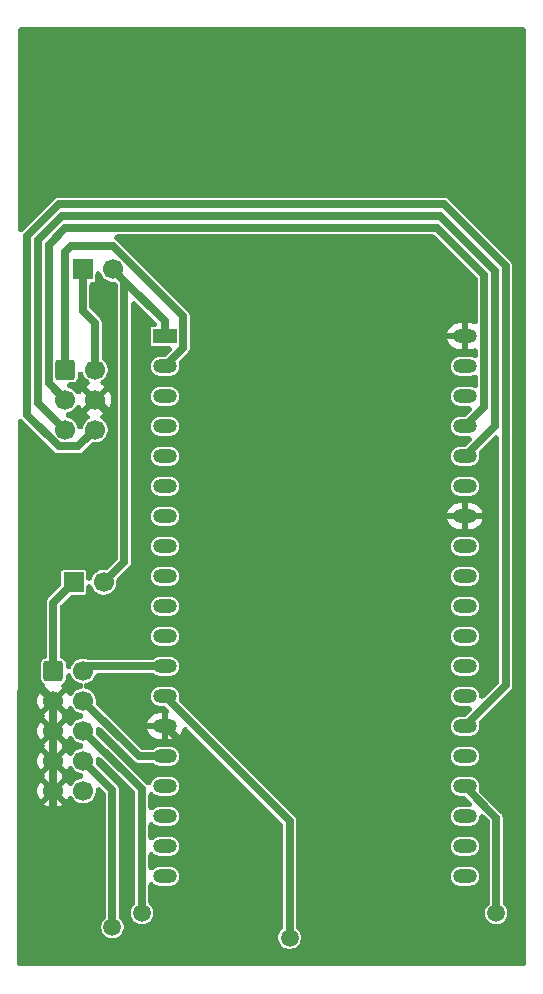
<source format=gbr>
%TF.GenerationSoftware,KiCad,Pcbnew,9.0.4*%
%TF.CreationDate,2025-10-19T21:34:06+02:00*%
%TF.ProjectId,esp32 bluetooth,65737033-3220-4626-9c75-65746f6f7468,rev?*%
%TF.SameCoordinates,Original*%
%TF.FileFunction,Copper,L2,Bot*%
%TF.FilePolarity,Positive*%
%FSLAX46Y46*%
G04 Gerber Fmt 4.6, Leading zero omitted, Abs format (unit mm)*
G04 Created by KiCad (PCBNEW 9.0.4) date 2025-10-19 21:34:06*
%MOMM*%
%LPD*%
G01*
G04 APERTURE LIST*
G04 Aperture macros list*
%AMRoundRect*
0 Rectangle with rounded corners*
0 $1 Rounding radius*
0 $2 $3 $4 $5 $6 $7 $8 $9 X,Y pos of 4 corners*
0 Add a 4 corners polygon primitive as box body*
4,1,4,$2,$3,$4,$5,$6,$7,$8,$9,$2,$3,0*
0 Add four circle primitives for the rounded corners*
1,1,$1+$1,$2,$3*
1,1,$1+$1,$4,$5*
1,1,$1+$1,$6,$7*
1,1,$1+$1,$8,$9*
0 Add four rect primitives between the rounded corners*
20,1,$1+$1,$2,$3,$4,$5,0*
20,1,$1+$1,$4,$5,$6,$7,0*
20,1,$1+$1,$6,$7,$8,$9,0*
20,1,$1+$1,$8,$9,$2,$3,0*%
G04 Aperture macros list end*
%TA.AperFunction,ComponentPad*%
%ADD10RoundRect,0.250000X-0.600000X-0.600000X0.600000X-0.600000X0.600000X0.600000X-0.600000X0.600000X0*%
%TD*%
%TA.AperFunction,ComponentPad*%
%ADD11C,1.700000*%
%TD*%
%TA.AperFunction,ComponentPad*%
%ADD12R,2.000000X1.200000*%
%TD*%
%TA.AperFunction,ComponentPad*%
%ADD13O,2.000000X1.200000*%
%TD*%
%TA.AperFunction,ComponentPad*%
%ADD14R,1.700000X1.700000*%
%TD*%
%TA.AperFunction,ViaPad*%
%ADD15C,1.500000*%
%TD*%
%TA.AperFunction,Conductor*%
%ADD16C,0.700000*%
%TD*%
G04 APERTURE END LIST*
D10*
%TO.P,J3,1,Pin_1*%
%TO.N,/VDD*%
X75000000Y-109500000D03*
D11*
%TO.P,J3,2,Pin_2*%
%TO.N,/Debug_TMS*%
X77540000Y-109500000D03*
%TO.P,J3,3,Pin_3*%
%TO.N,GNDD*%
X75000000Y-112040000D03*
%TO.P,J3,4,Pin_4*%
%TO.N,/Debug_TCK*%
X77540000Y-112040000D03*
%TO.P,J3,5,Pin_5*%
%TO.N,GNDD*%
X75000000Y-114580000D03*
%TO.P,J3,6,Pin_6*%
%TO.N,/Debug_TDO*%
X77540000Y-114580000D03*
%TO.P,J3,7,Pin_7*%
%TO.N,GNDD*%
X75000000Y-117120000D03*
%TO.P,J3,8,Pin_8*%
%TO.N,/Debug_TDI*%
X77540000Y-117120000D03*
%TO.P,J3,9,Pin_9*%
%TO.N,GNDD*%
X75000000Y-119660000D03*
%TO.P,J3,10,Pin_10*%
%TO.N,unconnected-(J3-Pin_10-Pad10)*%
X77540000Y-119660000D03*
%TD*%
D12*
%TO.P,U2,1,3V3*%
%TO.N,/ESP_3V3*%
X84440000Y-81165000D03*
D13*
%TO.P,U2,2,CHIP_PU*%
%TO.N,/ESP_EN*%
X84440000Y-83705000D03*
%TO.P,U2,3,SENSOR_VP/GPIO36/ADC1_CH0*%
%TO.N,unconnected-(U2-SENSOR_VP{slash}GPIO36{slash}ADC1_CH0-Pad3)*%
X84440000Y-86245000D03*
%TO.P,U2,4,SENSOR_VN/GPIO39/ADC1_CH3*%
%TO.N,unconnected-(U2-SENSOR_VN{slash}GPIO39{slash}ADC1_CH3-Pad4)*%
X84440000Y-88785000D03*
%TO.P,U2,5,VDET_1/GPIO34/ADC1_CH6*%
%TO.N,unconnected-(U2-VDET_1{slash}GPIO34{slash}ADC1_CH6-Pad5)*%
X84440000Y-91325000D03*
%TO.P,U2,6,VDET_2/GPIO35/ADC1_CH7*%
%TO.N,unconnected-(U2-VDET_2{slash}GPIO35{slash}ADC1_CH7-Pad6)*%
X84440000Y-93865000D03*
%TO.P,U2,7,32K_XP/GPIO32/ADC1_CH4*%
%TO.N,unconnected-(U2-32K_XP{slash}GPIO32{slash}ADC1_CH4-Pad7)*%
X84440000Y-96405000D03*
%TO.P,U2,8,32K_XN/GPIO33/ADC1_CH5*%
%TO.N,unconnected-(U2-32K_XN{slash}GPIO33{slash}ADC1_CH5-Pad8)*%
X84440000Y-98945000D03*
%TO.P,U2,9,DAC_1/ADC2_CH8/GPIO25*%
%TO.N,unconnected-(U2-DAC_1{slash}ADC2_CH8{slash}GPIO25-Pad9)*%
X84440000Y-101485000D03*
%TO.P,U2,10,DAC_2/ADC2_CH9/GPIO26*%
%TO.N,unconnected-(U2-DAC_2{slash}ADC2_CH9{slash}GPIO26-Pad10)*%
X84440000Y-104025000D03*
%TO.P,U2,11,ADC2_CH7/GPIO27*%
%TO.N,unconnected-(U2-ADC2_CH7{slash}GPIO27-Pad11)*%
X84440000Y-106565000D03*
%TO.P,U2,12,MTMS/GPIO14/ADC2_CH6*%
%TO.N,/Debug_TMS*%
X84440000Y-109105000D03*
%TO.P,U2,13,MTDI/GPIO12/ADC2_CH5*%
%TO.N,/Debug_TDI*%
X84440000Y-111645000D03*
%TO.P,U2,14,GND*%
%TO.N,GNDD*%
X84440000Y-114185000D03*
%TO.P,U2,15,MTCK/GPIO13/ADC2_CH4*%
%TO.N,/Debug_TCK*%
X84440000Y-116725000D03*
%TO.P,U2,16,SD_DATA2/GPIO9*%
%TO.N,unconnected-(U2-SD_DATA2{slash}GPIO9-Pad16)*%
X84440000Y-119265000D03*
%TO.P,U2,17,SD_DATA3/GPIO10*%
%TO.N,unconnected-(U2-SD_DATA3{slash}GPIO10-Pad17)*%
X84440000Y-121805000D03*
%TO.P,U2,18,CMD*%
%TO.N,unconnected-(U2-CMD-Pad18)*%
X84440000Y-124345000D03*
%TO.P,U2,19,5V*%
%TO.N,unconnected-(U2-5V-Pad19)*%
X84440000Y-126885000D03*
%TO.P,U2,20,SD_CLK/GPIO6*%
%TO.N,unconnected-(U2-SD_CLK{slash}GPIO6-Pad20)*%
X109836320Y-126882280D03*
%TO.P,U2,21,SD_DATA0/GPIO7*%
%TO.N,unconnected-(U2-SD_DATA0{slash}GPIO7-Pad21)*%
X109836320Y-124342280D03*
%TO.P,U2,22,SD_DATA1/GPIO8*%
%TO.N,unconnected-(U2-SD_DATA1{slash}GPIO8-Pad22)*%
X109840000Y-121805000D03*
%TO.P,U2,23,MTDO/GPIO15/ADC2_CH3*%
%TO.N,/Debug_TDO*%
X109840000Y-119265000D03*
%TO.P,U2,24,ADC2_CH2/GPIO2*%
%TO.N,unconnected-(U2-ADC2_CH2{slash}GPIO2-Pad24)*%
X109840000Y-116725000D03*
%TO.P,U2,25,GPIO0/BOOT/ADC2_CH1*%
%TO.N,/BOOT*%
X109840000Y-114185000D03*
%TO.P,U2,26,ADC2_CH0/GPIO4*%
%TO.N,unconnected-(U2-ADC2_CH0{slash}GPIO4-Pad26)*%
X109840000Y-111645000D03*
%TO.P,U2,27,GPIO16*%
%TO.N,unconnected-(U2-GPIO16-Pad27)*%
X109840000Y-109105000D03*
%TO.P,U2,28,GPIO17*%
%TO.N,unconnected-(U2-GPIO17-Pad28)*%
X109840000Y-106565000D03*
%TO.P,U2,29,GPIO5*%
%TO.N,unconnected-(U2-GPIO5-Pad29)*%
X109840000Y-104025000D03*
%TO.P,U2,30,GPIO18*%
%TO.N,unconnected-(U2-GPIO18-Pad30)*%
X109840000Y-101485000D03*
%TO.P,U2,31,GPIO19*%
%TO.N,unconnected-(U2-GPIO19-Pad31)*%
X109840000Y-98945000D03*
%TO.P,U2,32,GND*%
%TO.N,GNDD*%
X109840000Y-96405000D03*
%TO.P,U2,33,GPIO21*%
%TO.N,unconnected-(U2-GPIO21-Pad33)*%
X109840000Y-93865000D03*
%TO.P,U2,34,U0RXD/GPIO3*%
%TO.N,/BT_UATR_RX*%
X109840000Y-91325000D03*
%TO.P,U2,35,U0TXD/GPIO1*%
%TO.N,/BT_UATR_TX*%
X109840000Y-88785000D03*
%TO.P,U2,36,GPIO22*%
%TO.N,unconnected-(U2-GPIO22-Pad36)*%
X109840000Y-86245000D03*
%TO.P,U2,37,GPIO23*%
%TO.N,unconnected-(U2-GPIO23-Pad37)*%
X109840000Y-83705000D03*
%TO.P,U2,38,GND*%
%TO.N,GNDD*%
X109840000Y-81165000D03*
%TD*%
D10*
%TO.P,ESP-Prog1,1,Pin_1*%
%TO.N,/ESP_EN*%
X76000000Y-84000000D03*
D11*
%TO.P,ESP-Prog1,2,Pin_2*%
%TO.N,+3V3*%
X78540000Y-84000000D03*
%TO.P,ESP-Prog1,3,Pin_3*%
%TO.N,/BT_UATR_TX*%
X76000000Y-86540000D03*
%TO.P,ESP-Prog1,4,Pin_4*%
%TO.N,GNDD*%
X78540000Y-86540000D03*
%TO.P,ESP-Prog1,5,Pin_5*%
%TO.N,/BT_UATR_RX*%
X76000000Y-89080000D03*
%TO.P,ESP-Prog1,6,Pin_6*%
%TO.N,/BOOT*%
X78540000Y-89080000D03*
%TD*%
D14*
%TO.P,J1,1,Pin_1*%
%TO.N,/VDD*%
X76725000Y-102000000D03*
D11*
%TO.P,J1,2,Pin_2*%
%TO.N,/ESP_3V3*%
X79265000Y-102000000D03*
%TD*%
D14*
%TO.P,J5,1,Pin_1*%
%TO.N,+3V3*%
X77500000Y-75500000D03*
D11*
%TO.P,J5,2,Pin_2*%
%TO.N,/ESP_3V3*%
X80040000Y-75500000D03*
%TD*%
D15*
%TO.N,/Debug_TDI*%
X80000000Y-131200000D03*
X95000000Y-132080000D03*
%TO.N,/Debug_TDO*%
X112500000Y-130000000D03*
X82500000Y-130000000D03*
%TD*%
D16*
%TO.N,GNDD*%
X75000000Y-133350000D02*
X75000000Y-119660000D01*
X87500000Y-117245000D02*
X87500000Y-133350000D01*
X84440000Y-114185000D02*
X87500000Y-117245000D01*
X87500000Y-133350000D02*
X75000000Y-133350000D01*
%TO.N,/Debug_TDI*%
X95000000Y-122205000D02*
X84440000Y-111645000D01*
X95000000Y-132080000D02*
X95000000Y-122205000D01*
X80000000Y-131200000D02*
X80000000Y-119580000D01*
X80000000Y-119580000D02*
X77540000Y-117120000D01*
%TO.N,GNDD*%
X75000000Y-112040000D02*
X75000000Y-114580000D01*
X79941000Y-87941000D02*
X79941000Y-95982000D01*
X79941000Y-95982000D02*
X73599000Y-102324000D01*
X73599000Y-110639000D02*
X75000000Y-112040000D01*
X73599000Y-102324000D02*
X73599000Y-110639000D01*
X75000000Y-117120000D02*
X75000000Y-119660000D01*
X75000000Y-114580000D02*
X75000000Y-117120000D01*
X78540000Y-86540000D02*
X79941000Y-87941000D01*
%TO.N,/ESP_EN*%
X85991000Y-79469686D02*
X85991000Y-82154000D01*
X85991000Y-82154000D02*
X84440000Y-83705000D01*
X76000000Y-84000000D02*
X76000000Y-74000000D01*
X76500000Y-73500000D02*
X80021314Y-73500000D01*
X80021314Y-73500000D02*
X85991000Y-79469686D01*
X76000000Y-74000000D02*
X76500000Y-73500000D01*
%TO.N,/VDD*%
X75000000Y-109500000D02*
X75000000Y-103725000D01*
X75000000Y-103725000D02*
X76725000Y-102000000D01*
%TO.N,/ESP_3V3*%
X81020000Y-100245000D02*
X81020000Y-76480000D01*
X80040000Y-75500000D02*
X81020000Y-76480000D01*
X81020000Y-76480000D02*
X84440000Y-79900000D01*
X84440000Y-79900000D02*
X84440000Y-81165000D01*
X79265000Y-102000000D02*
X81020000Y-100245000D01*
%TO.N,/Debug_TMS*%
X77540000Y-109500000D02*
X77935000Y-109105000D01*
X77935000Y-109105000D02*
X84440000Y-109105000D01*
%TO.N,/Debug_TCK*%
X82225000Y-116725000D02*
X84440000Y-116725000D01*
X77540000Y-112040000D02*
X82225000Y-116725000D01*
%TO.N,/Debug_TDO*%
X112500000Y-121925000D02*
X109840000Y-119265000D01*
X82500000Y-119540000D02*
X82500000Y-130000000D01*
X112500000Y-130000000D02*
X112500000Y-121925000D01*
X77540000Y-114580000D02*
X82500000Y-119540000D01*
%TO.N,/BT_UATR_RX*%
X73698001Y-73027793D02*
X75725794Y-71000000D01*
X112401000Y-75626794D02*
X112401000Y-88764000D01*
X112401000Y-88764000D02*
X109840000Y-91325000D01*
X73698001Y-86778001D02*
X73698001Y-73027793D01*
X75725794Y-71000000D02*
X107774206Y-71000000D01*
X76000000Y-89080000D02*
X73698001Y-86778001D01*
X107774206Y-71000000D02*
X112401000Y-75626794D01*
%TO.N,/BT_UATR_TX*%
X74599000Y-73401000D02*
X76000000Y-72000000D01*
X111500000Y-76000000D02*
X111500000Y-87125000D01*
X107500000Y-72000000D02*
X111500000Y-76000000D01*
X76000000Y-72000000D02*
X107500000Y-72000000D01*
X76000000Y-86540000D02*
X74599000Y-85139000D01*
X74599000Y-85139000D02*
X74599000Y-73401000D01*
X111500000Y-87125000D02*
X109840000Y-88785000D01*
%TO.N,/BOOT*%
X113302000Y-110723000D02*
X109840000Y-114185000D01*
X75451588Y-70000000D02*
X108048412Y-70000000D01*
X108048412Y-70000000D02*
X113302000Y-75253588D01*
X78540000Y-89080000D02*
X77120000Y-90500000D01*
X113302000Y-75253588D02*
X113302000Y-110723000D01*
X72797002Y-72654586D02*
X75451588Y-70000000D01*
X75438686Y-90500000D02*
X72797002Y-87858316D01*
X77120000Y-90500000D02*
X75438686Y-90500000D01*
X72797002Y-87858316D02*
X72797002Y-72654586D01*
%TO.N,+3V3*%
X78540000Y-80040000D02*
X77500000Y-79000000D01*
X78540000Y-84000000D02*
X78540000Y-80040000D01*
X77500000Y-79000000D02*
X77500000Y-75500000D01*
%TD*%
%TA.AperFunction,Conductor*%
%TO.N,GNDD*%
G36*
X114845788Y-55019454D02*
G01*
X114926570Y-55073430D01*
X114980546Y-55154212D01*
X114999500Y-55249500D01*
X114999500Y-134250500D01*
X114980546Y-134345788D01*
X114926570Y-134426570D01*
X114845788Y-134480546D01*
X114750500Y-134499500D01*
X72176612Y-134499500D01*
X72081324Y-134480546D01*
X72000542Y-134426570D01*
X71946566Y-134345788D01*
X71927612Y-134250503D01*
X71969771Y-88410516D01*
X71988813Y-88315249D01*
X72042863Y-88234518D01*
X72123694Y-88180615D01*
X72219000Y-88161749D01*
X72314271Y-88180791D01*
X72394837Y-88234676D01*
X75100671Y-90940510D01*
X75100673Y-90940511D01*
X75226195Y-91012981D01*
X75226198Y-91012982D01*
X75226201Y-91012984D01*
X75366211Y-91050500D01*
X75366212Y-91050500D01*
X77192474Y-91050500D01*
X77192475Y-91050500D01*
X77332485Y-91012984D01*
X77458015Y-90940510D01*
X78201873Y-90196650D01*
X78282652Y-90142676D01*
X78377940Y-90123722D01*
X78426513Y-90128506D01*
X78436535Y-90130500D01*
X78436540Y-90130500D01*
X78643463Y-90130500D01*
X78643465Y-90130500D01*
X78846420Y-90090130D01*
X79037598Y-90010941D01*
X79209655Y-89895977D01*
X79355977Y-89749655D01*
X79470941Y-89577598D01*
X79550130Y-89386420D01*
X79590500Y-89183465D01*
X79590500Y-88976535D01*
X79550130Y-88773580D01*
X79470941Y-88582402D01*
X79450295Y-88551503D01*
X79355981Y-88410350D01*
X79355979Y-88410348D01*
X79355977Y-88410345D01*
X79209655Y-88264023D01*
X79209648Y-88264018D01*
X79095805Y-88187951D01*
X79027106Y-88119252D01*
X78989927Y-88029493D01*
X78989926Y-87932338D01*
X79027106Y-87842578D01*
X79095805Y-87773879D01*
X79121099Y-87759054D01*
X79247553Y-87694622D01*
X79301716Y-87655270D01*
X78669408Y-87022962D01*
X78732993Y-87005925D01*
X78847007Y-86940099D01*
X78940099Y-86847007D01*
X79005925Y-86732993D01*
X79022962Y-86669408D01*
X79655270Y-87301716D01*
X79694624Y-87247551D01*
X79791091Y-87058224D01*
X79791095Y-87058215D01*
X79856758Y-86856123D01*
X79889999Y-86646256D01*
X79890000Y-86646244D01*
X79890000Y-86433755D01*
X79889999Y-86433743D01*
X79856758Y-86223876D01*
X79791095Y-86021784D01*
X79791091Y-86021774D01*
X79694624Y-85832448D01*
X79655270Y-85778282D01*
X79655269Y-85778282D01*
X79022962Y-86410589D01*
X79005925Y-86347007D01*
X78940099Y-86232993D01*
X78847007Y-86139901D01*
X78732993Y-86074075D01*
X78669408Y-86057037D01*
X79301717Y-85424729D01*
X79247553Y-85385377D01*
X79121098Y-85320945D01*
X79044801Y-85260797D01*
X78997329Y-85176029D01*
X78985910Y-85079548D01*
X79012281Y-84986040D01*
X79072429Y-84909743D01*
X79095795Y-84892054D01*
X79209655Y-84815977D01*
X79355977Y-84669655D01*
X79470941Y-84497598D01*
X79550130Y-84306420D01*
X79590500Y-84103465D01*
X79590500Y-83896535D01*
X79550130Y-83693580D01*
X79470941Y-83502402D01*
X79450295Y-83471503D01*
X79355981Y-83330350D01*
X79355979Y-83330348D01*
X79355977Y-83330345D01*
X79209655Y-83184023D01*
X79209651Y-83184020D01*
X79209650Y-83184019D01*
X79209651Y-83184019D01*
X79201157Y-83178344D01*
X79132460Y-83109643D01*
X79095283Y-83019882D01*
X79090500Y-82971312D01*
X79090500Y-79967525D01*
X79071389Y-79896203D01*
X79052984Y-79827515D01*
X78980510Y-79701985D01*
X78568935Y-79290410D01*
X78123430Y-78844904D01*
X78069454Y-78764123D01*
X78050500Y-78668835D01*
X78050500Y-76799500D01*
X78069454Y-76704212D01*
X78123430Y-76623430D01*
X78204212Y-76569454D01*
X78299500Y-76550500D01*
X78369745Y-76550500D01*
X78369748Y-76550500D01*
X78428231Y-76538867D01*
X78494552Y-76494552D01*
X78538867Y-76428231D01*
X78550500Y-76369748D01*
X78550500Y-75900925D01*
X78569454Y-75805637D01*
X78623430Y-75724855D01*
X78704212Y-75670879D01*
X78799500Y-75651925D01*
X78894788Y-75670879D01*
X78975570Y-75724855D01*
X79029546Y-75805637D01*
X79109056Y-75997593D01*
X79109062Y-75997603D01*
X79224018Y-76169649D01*
X79224020Y-76169651D01*
X79224023Y-76169655D01*
X79370345Y-76315977D01*
X79370348Y-76315979D01*
X79370350Y-76315981D01*
X79538346Y-76428231D01*
X79542402Y-76430941D01*
X79542404Y-76430941D01*
X79542406Y-76430943D01*
X79669854Y-76483733D01*
X79733580Y-76510130D01*
X79936535Y-76550500D01*
X79936537Y-76550500D01*
X80143466Y-76550500D01*
X80143466Y-76550499D01*
X80151519Y-76548897D01*
X80153475Y-76548509D01*
X80178001Y-76548508D01*
X80202058Y-76543723D01*
X80226107Y-76548506D01*
X80250630Y-76548506D01*
X80273291Y-76557892D01*
X80297346Y-76562677D01*
X80317735Y-76576300D01*
X80340390Y-76585684D01*
X80378128Y-76616653D01*
X80396570Y-76635095D01*
X80450546Y-76715877D01*
X80469500Y-76811165D01*
X80469500Y-99913835D01*
X80450546Y-100009123D01*
X80396570Y-100089905D01*
X80396569Y-100089905D01*
X79603127Y-100883346D01*
X79522346Y-100937322D01*
X79427058Y-100956276D01*
X79378490Y-100951493D01*
X79368473Y-100949500D01*
X79368465Y-100949500D01*
X79161535Y-100949500D01*
X79103052Y-100961133D01*
X78958578Y-100989870D01*
X78767406Y-101069056D01*
X78767396Y-101069062D01*
X78595350Y-101184018D01*
X78449018Y-101330350D01*
X78334062Y-101502396D01*
X78334056Y-101502406D01*
X78254546Y-101694362D01*
X78200569Y-101775144D01*
X78119788Y-101829120D01*
X78024500Y-101848074D01*
X77929212Y-101829120D01*
X77848430Y-101775143D01*
X77794454Y-101694362D01*
X77775500Y-101599074D01*
X77775500Y-101130254D01*
X77770640Y-101105821D01*
X77763867Y-101071769D01*
X77762058Y-101069062D01*
X77719554Y-101005451D01*
X77719552Y-101005448D01*
X77719548Y-101005445D01*
X77653232Y-100961133D01*
X77628813Y-100956276D01*
X77594748Y-100949500D01*
X75855252Y-100949500D01*
X75821187Y-100956276D01*
X75796767Y-100961133D01*
X75730451Y-101005445D01*
X75730445Y-101005451D01*
X75686133Y-101071767D01*
X75674500Y-101130254D01*
X75674500Y-102168835D01*
X75655546Y-102264123D01*
X75601570Y-102344905D01*
X74559488Y-103386987D01*
X74487018Y-103512509D01*
X74487015Y-103512516D01*
X74449500Y-103652525D01*
X74449500Y-108228720D01*
X74430546Y-108324008D01*
X74376570Y-108404790D01*
X74295788Y-108458766D01*
X74282741Y-108463746D01*
X74187121Y-108497205D01*
X74187116Y-108497208D01*
X74077853Y-108577847D01*
X74077847Y-108577853D01*
X73997208Y-108687116D01*
X73997206Y-108687119D01*
X73952353Y-108815304D01*
X73949500Y-108845726D01*
X73949500Y-110154273D01*
X73952353Y-110184695D01*
X73952353Y-110184697D01*
X73952354Y-110184699D01*
X73997207Y-110312882D01*
X74077850Y-110422150D01*
X74187118Y-110502793D01*
X74187122Y-110502794D01*
X74199634Y-110509407D01*
X74275025Y-110570688D01*
X74321226Y-110656155D01*
X74331203Y-110752796D01*
X74303438Y-110845899D01*
X74242157Y-110921290D01*
X74238317Y-110924270D01*
X74238281Y-110924728D01*
X74870591Y-111557037D01*
X74807007Y-111574075D01*
X74692993Y-111639901D01*
X74599901Y-111732993D01*
X74534075Y-111847007D01*
X74517037Y-111910590D01*
X73884728Y-111278281D01*
X73845380Y-111332441D01*
X73845372Y-111332454D01*
X73748908Y-111521774D01*
X73748904Y-111521784D01*
X73683241Y-111723876D01*
X73650000Y-111933743D01*
X73650000Y-112146256D01*
X73683241Y-112356123D01*
X73748904Y-112558215D01*
X73748908Y-112558225D01*
X73845371Y-112747545D01*
X73845375Y-112747551D01*
X73884729Y-112801717D01*
X74517037Y-112169408D01*
X74534075Y-112232993D01*
X74599901Y-112347007D01*
X74692993Y-112440099D01*
X74807007Y-112505925D01*
X74870589Y-112522962D01*
X74238282Y-113155269D01*
X74240298Y-113180889D01*
X74273559Y-113271049D01*
X74272399Y-113355674D01*
X74249884Y-113476331D01*
X74870591Y-114097037D01*
X74807007Y-114114075D01*
X74692993Y-114179901D01*
X74599901Y-114272993D01*
X74534075Y-114387007D01*
X74517037Y-114450590D01*
X73884728Y-113818281D01*
X73845380Y-113872441D01*
X73845372Y-113872454D01*
X73748908Y-114061774D01*
X73748904Y-114061784D01*
X73683241Y-114263876D01*
X73650000Y-114473743D01*
X73650000Y-114686256D01*
X73683241Y-114896123D01*
X73748904Y-115098215D01*
X73748908Y-115098225D01*
X73845371Y-115287545D01*
X73845375Y-115287551D01*
X73884729Y-115341717D01*
X74517037Y-114709408D01*
X74534075Y-114772993D01*
X74599901Y-114887007D01*
X74692993Y-114980099D01*
X74807007Y-115045925D01*
X74870589Y-115062962D01*
X74238282Y-115695269D01*
X74240298Y-115720889D01*
X74273559Y-115811049D01*
X74272399Y-115895674D01*
X74249884Y-116016331D01*
X74870591Y-116637037D01*
X74807007Y-116654075D01*
X74692993Y-116719901D01*
X74599901Y-116812993D01*
X74534075Y-116927007D01*
X74517037Y-116990590D01*
X73884728Y-116358281D01*
X73845380Y-116412441D01*
X73845372Y-116412454D01*
X73748908Y-116601774D01*
X73748904Y-116601784D01*
X73683241Y-116803876D01*
X73650000Y-117013743D01*
X73650000Y-117226256D01*
X73683241Y-117436123D01*
X73748904Y-117638215D01*
X73748908Y-117638225D01*
X73845371Y-117827545D01*
X73845375Y-117827551D01*
X73884729Y-117881717D01*
X74517037Y-117249408D01*
X74534075Y-117312993D01*
X74599901Y-117427007D01*
X74692993Y-117520099D01*
X74807007Y-117585925D01*
X74870589Y-117602962D01*
X74238282Y-118235269D01*
X74240298Y-118260889D01*
X74273559Y-118351049D01*
X74272399Y-118435674D01*
X74249884Y-118556331D01*
X74870591Y-119177037D01*
X74807007Y-119194075D01*
X74692993Y-119259901D01*
X74599901Y-119352993D01*
X74534075Y-119467007D01*
X74517037Y-119530590D01*
X73884728Y-118898281D01*
X73845380Y-118952441D01*
X73845372Y-118952454D01*
X73748908Y-119141774D01*
X73748904Y-119141784D01*
X73683241Y-119343876D01*
X73650000Y-119553743D01*
X73650000Y-119766256D01*
X73683241Y-119976123D01*
X73748904Y-120178215D01*
X73748908Y-120178225D01*
X73845371Y-120367545D01*
X73845375Y-120367551D01*
X73884729Y-120421717D01*
X74517037Y-119789408D01*
X74534075Y-119852993D01*
X74599901Y-119967007D01*
X74692993Y-120060099D01*
X74807007Y-120125925D01*
X74870589Y-120142962D01*
X74238282Y-120775269D01*
X74238282Y-120775270D01*
X74292448Y-120814624D01*
X74481774Y-120911091D01*
X74481784Y-120911095D01*
X74683876Y-120976758D01*
X74893743Y-121009999D01*
X74893756Y-121010000D01*
X75106244Y-121010000D01*
X75106256Y-121009999D01*
X75316123Y-120976758D01*
X75518215Y-120911095D01*
X75518224Y-120911091D01*
X75707551Y-120814624D01*
X75761716Y-120775270D01*
X75129408Y-120142962D01*
X75192993Y-120125925D01*
X75307007Y-120060099D01*
X75400099Y-119967007D01*
X75465925Y-119852993D01*
X75482962Y-119789408D01*
X76115270Y-120421716D01*
X76154622Y-120367553D01*
X76219054Y-120241099D01*
X76279202Y-120164801D01*
X76363969Y-120117329D01*
X76460450Y-120105910D01*
X76553958Y-120132281D01*
X76630256Y-120192429D01*
X76647951Y-120215805D01*
X76724023Y-120329655D01*
X76870345Y-120475977D01*
X76870348Y-120475979D01*
X76870350Y-120475981D01*
X77025174Y-120579430D01*
X77042402Y-120590941D01*
X77042404Y-120590941D01*
X77042406Y-120590943D01*
X77169854Y-120643733D01*
X77233580Y-120670130D01*
X77436535Y-120710500D01*
X77436537Y-120710500D01*
X77643463Y-120710500D01*
X77643465Y-120710500D01*
X77846420Y-120670130D01*
X78037598Y-120590941D01*
X78209655Y-120475977D01*
X78355977Y-120329655D01*
X78470941Y-120157598D01*
X78550130Y-119966420D01*
X78590500Y-119763465D01*
X78590500Y-119556535D01*
X78590500Y-119550165D01*
X78609454Y-119454877D01*
X78663430Y-119374095D01*
X78744212Y-119320119D01*
X78839500Y-119301165D01*
X78934788Y-119320119D01*
X79015570Y-119374095D01*
X79376570Y-119735095D01*
X79430546Y-119815877D01*
X79449500Y-119911165D01*
X79449500Y-130303151D01*
X79430546Y-130398439D01*
X79376572Y-130479217D01*
X79261698Y-130594092D01*
X79261695Y-130594095D01*
X79157678Y-130749768D01*
X79157675Y-130749773D01*
X79086027Y-130922746D01*
X79049500Y-131106385D01*
X79049500Y-131293614D01*
X79086027Y-131477253D01*
X79157675Y-131650226D01*
X79157678Y-131650231D01*
X79261698Y-131805908D01*
X79394092Y-131938302D01*
X79549769Y-132042322D01*
X79549771Y-132042322D01*
X79549773Y-132042324D01*
X79722746Y-132113972D01*
X79722747Y-132113972D01*
X79722749Y-132113973D01*
X79906384Y-132150500D01*
X79906386Y-132150500D01*
X80093614Y-132150500D01*
X80093616Y-132150500D01*
X80277251Y-132113973D01*
X80450231Y-132042322D01*
X80605908Y-131938302D01*
X80738302Y-131805908D01*
X80842322Y-131650231D01*
X80913973Y-131477251D01*
X80950500Y-131293616D01*
X80950500Y-131106384D01*
X80913973Y-130922749D01*
X80910338Y-130913973D01*
X80842324Y-130749773D01*
X80842321Y-130749768D01*
X80746194Y-130605904D01*
X80738302Y-130594092D01*
X80623427Y-130479217D01*
X80569454Y-130398439D01*
X80550500Y-130303151D01*
X80550500Y-119507528D01*
X80550500Y-119507525D01*
X80512984Y-119367515D01*
X80512980Y-119367508D01*
X80504941Y-119353582D01*
X80504941Y-119353583D01*
X80477726Y-119306446D01*
X80440510Y-119241985D01*
X78656653Y-117458128D01*
X78602677Y-117377346D01*
X78583723Y-117282058D01*
X78583800Y-117275854D01*
X78584333Y-117254467D01*
X78590500Y-117223465D01*
X78590500Y-117016535D01*
X78590289Y-117015478D01*
X78590577Y-117003961D01*
X78600571Y-116959534D01*
X78609454Y-116914877D01*
X78611207Y-116912252D01*
X78611900Y-116909174D01*
X78638127Y-116871962D01*
X78663430Y-116834095D01*
X78666054Y-116832341D01*
X78667872Y-116829763D01*
X78706342Y-116805422D01*
X78744212Y-116780119D01*
X78747307Y-116779503D01*
X78749974Y-116777816D01*
X78794848Y-116770046D01*
X78839500Y-116761165D01*
X78842594Y-116761780D01*
X78845704Y-116761242D01*
X78890130Y-116771236D01*
X78934788Y-116780119D01*
X78937412Y-116781872D01*
X78940491Y-116782565D01*
X78977702Y-116808792D01*
X79015570Y-116834095D01*
X81876570Y-119695095D01*
X81930546Y-119775877D01*
X81949500Y-119871165D01*
X81949500Y-129103151D01*
X81930546Y-129198439D01*
X81876572Y-129279217D01*
X81761698Y-129394092D01*
X81761695Y-129394095D01*
X81657678Y-129549768D01*
X81657675Y-129549773D01*
X81586027Y-129722746D01*
X81549500Y-129906385D01*
X81549500Y-130093614D01*
X81586027Y-130277253D01*
X81657675Y-130450226D01*
X81657678Y-130450231D01*
X81761698Y-130605908D01*
X81894092Y-130738302D01*
X82049769Y-130842322D01*
X82049771Y-130842322D01*
X82049773Y-130842324D01*
X82222746Y-130913972D01*
X82222747Y-130913972D01*
X82222749Y-130913973D01*
X82406384Y-130950500D01*
X82406386Y-130950500D01*
X82593614Y-130950500D01*
X82593616Y-130950500D01*
X82777251Y-130913973D01*
X82950231Y-130842322D01*
X83105908Y-130738302D01*
X83238302Y-130605908D01*
X83342322Y-130450231D01*
X83413973Y-130277251D01*
X83450500Y-130093616D01*
X83450500Y-129906384D01*
X83413973Y-129722749D01*
X83342322Y-129549769D01*
X83238302Y-129394092D01*
X83123427Y-129279217D01*
X83069454Y-129198439D01*
X83050500Y-129103151D01*
X83050500Y-127628717D01*
X83069454Y-127533429D01*
X83123430Y-127452647D01*
X83204212Y-127398671D01*
X83299500Y-127379717D01*
X83394788Y-127398671D01*
X83475566Y-127452644D01*
X83529711Y-127506789D01*
X83529714Y-127506791D01*
X83660819Y-127594393D01*
X83660820Y-127594393D01*
X83660821Y-127594394D01*
X83806503Y-127654737D01*
X83806505Y-127654737D01*
X83806507Y-127654738D01*
X83947479Y-127682779D01*
X83961158Y-127685500D01*
X84918842Y-127685500D01*
X85073497Y-127654737D01*
X85219179Y-127594394D01*
X85350289Y-127506789D01*
X85461789Y-127395289D01*
X85549394Y-127264179D01*
X85609737Y-127118497D01*
X85640500Y-126963842D01*
X85640500Y-126806158D01*
X85609737Y-126651503D01*
X85549394Y-126505821D01*
X85547575Y-126503099D01*
X85461791Y-126374714D01*
X85461789Y-126374711D01*
X85350289Y-126263211D01*
X85350285Y-126263208D01*
X85219180Y-126175606D01*
X85219173Y-126175603D01*
X85073497Y-126115263D01*
X85073492Y-126115261D01*
X84918846Y-126084500D01*
X84918842Y-126084500D01*
X83961158Y-126084500D01*
X83961153Y-126084500D01*
X83806507Y-126115261D01*
X83806502Y-126115263D01*
X83660826Y-126175603D01*
X83660819Y-126175606D01*
X83529714Y-126263208D01*
X83529711Y-126263210D01*
X83529711Y-126263211D01*
X83475566Y-126317355D01*
X83394788Y-126371329D01*
X83299500Y-126390283D01*
X83204212Y-126371329D01*
X83123430Y-126317353D01*
X83069454Y-126236571D01*
X83050500Y-126141283D01*
X83050500Y-125088717D01*
X83069454Y-124993429D01*
X83123430Y-124912647D01*
X83204212Y-124858671D01*
X83299500Y-124839717D01*
X83394788Y-124858671D01*
X83475566Y-124912644D01*
X83529711Y-124966789D01*
X83529714Y-124966791D01*
X83660819Y-125054393D01*
X83660820Y-125054393D01*
X83660821Y-125054394D01*
X83806503Y-125114737D01*
X83806505Y-125114737D01*
X83806507Y-125114738D01*
X83947479Y-125142779D01*
X83961158Y-125145500D01*
X84918842Y-125145500D01*
X85073497Y-125114737D01*
X85219179Y-125054394D01*
X85350289Y-124966789D01*
X85461789Y-124855289D01*
X85549394Y-124724179D01*
X85609737Y-124578497D01*
X85640500Y-124423842D01*
X85640500Y-124266158D01*
X85609737Y-124111503D01*
X85549394Y-123965821D01*
X85547575Y-123963099D01*
X85461791Y-123834714D01*
X85461789Y-123834711D01*
X85350289Y-123723211D01*
X85350285Y-123723208D01*
X85219180Y-123635606D01*
X85219173Y-123635603D01*
X85073497Y-123575263D01*
X85073492Y-123575261D01*
X84918846Y-123544500D01*
X84918842Y-123544500D01*
X83961158Y-123544500D01*
X83961153Y-123544500D01*
X83806507Y-123575261D01*
X83806502Y-123575263D01*
X83660826Y-123635603D01*
X83660819Y-123635606D01*
X83529714Y-123723208D01*
X83529711Y-123723210D01*
X83529711Y-123723211D01*
X83475566Y-123777355D01*
X83394788Y-123831329D01*
X83299500Y-123850283D01*
X83204212Y-123831329D01*
X83123430Y-123777353D01*
X83069454Y-123696571D01*
X83050500Y-123601283D01*
X83050500Y-122548717D01*
X83069454Y-122453429D01*
X83123430Y-122372647D01*
X83204212Y-122318671D01*
X83299500Y-122299717D01*
X83394788Y-122318671D01*
X83475566Y-122372644D01*
X83529711Y-122426789D01*
X83529714Y-122426791D01*
X83660819Y-122514393D01*
X83660820Y-122514393D01*
X83660821Y-122514394D01*
X83806503Y-122574737D01*
X83806505Y-122574737D01*
X83806507Y-122574738D01*
X83957148Y-122604702D01*
X83961158Y-122605500D01*
X84918842Y-122605500D01*
X85073497Y-122574737D01*
X85219179Y-122514394D01*
X85350289Y-122426789D01*
X85461789Y-122315289D01*
X85549394Y-122184179D01*
X85609737Y-122038497D01*
X85640500Y-121883842D01*
X85640500Y-121726158D01*
X85609737Y-121571503D01*
X85549394Y-121425821D01*
X85461789Y-121294711D01*
X85350289Y-121183211D01*
X85350285Y-121183208D01*
X85219180Y-121095606D01*
X85219173Y-121095603D01*
X85073497Y-121035263D01*
X85073492Y-121035261D01*
X84918846Y-121004500D01*
X84918842Y-121004500D01*
X83961158Y-121004500D01*
X83961153Y-121004500D01*
X83806507Y-121035261D01*
X83806502Y-121035263D01*
X83660826Y-121095603D01*
X83660819Y-121095606D01*
X83529714Y-121183208D01*
X83529711Y-121183210D01*
X83529711Y-121183211D01*
X83475566Y-121237355D01*
X83394788Y-121291329D01*
X83299500Y-121310283D01*
X83204212Y-121291329D01*
X83123430Y-121237353D01*
X83069454Y-121156571D01*
X83050500Y-121061283D01*
X83050500Y-120008717D01*
X83069454Y-119913429D01*
X83123430Y-119832647D01*
X83204212Y-119778671D01*
X83299500Y-119759717D01*
X83394788Y-119778671D01*
X83475566Y-119832644D01*
X83529711Y-119886789D01*
X83529714Y-119886791D01*
X83660819Y-119974393D01*
X83660820Y-119974393D01*
X83660821Y-119974394D01*
X83806503Y-120034737D01*
X83806505Y-120034737D01*
X83806507Y-120034738D01*
X83957148Y-120064702D01*
X83961158Y-120065500D01*
X84918842Y-120065500D01*
X85073497Y-120034737D01*
X85219179Y-119974394D01*
X85350289Y-119886789D01*
X85461789Y-119775289D01*
X85549394Y-119644179D01*
X85609737Y-119498497D01*
X85640500Y-119343842D01*
X85640500Y-119186158D01*
X85627682Y-119121716D01*
X85609738Y-119031507D01*
X85609737Y-119031505D01*
X85609737Y-119031503D01*
X85549394Y-118885821D01*
X85521465Y-118844023D01*
X85461791Y-118754714D01*
X85461789Y-118754711D01*
X85350289Y-118643211D01*
X85350285Y-118643208D01*
X85219180Y-118555606D01*
X85219173Y-118555603D01*
X85073497Y-118495263D01*
X85073492Y-118495261D01*
X84918846Y-118464500D01*
X84918842Y-118464500D01*
X83961158Y-118464500D01*
X83961153Y-118464500D01*
X83806507Y-118495261D01*
X83806502Y-118495263D01*
X83660826Y-118555603D01*
X83660819Y-118555606D01*
X83529714Y-118643208D01*
X83418208Y-118754714D01*
X83330606Y-118885819D01*
X83330605Y-118885823D01*
X83266356Y-119040934D01*
X83212380Y-119121716D01*
X83131598Y-119175692D01*
X83036310Y-119194646D01*
X82941022Y-119175692D01*
X82860243Y-119121718D01*
X78656653Y-114918128D01*
X78602677Y-114837346D01*
X78583723Y-114742058D01*
X78583800Y-114735854D01*
X78584333Y-114714467D01*
X78590500Y-114683465D01*
X78590500Y-114476535D01*
X78590289Y-114475478D01*
X78590577Y-114463960D01*
X78600571Y-114419533D01*
X78609454Y-114374876D01*
X78611207Y-114372251D01*
X78611900Y-114369173D01*
X78638127Y-114331961D01*
X78663430Y-114294094D01*
X78666054Y-114292340D01*
X78667872Y-114289762D01*
X78706342Y-114265421D01*
X78744212Y-114240118D01*
X78747307Y-114239502D01*
X78749974Y-114237815D01*
X78794848Y-114230045D01*
X78839500Y-114221164D01*
X78842594Y-114221779D01*
X78845704Y-114221241D01*
X78890130Y-114231235D01*
X78934788Y-114240118D01*
X78937412Y-114241871D01*
X78940491Y-114242564D01*
X78977702Y-114268791D01*
X79015567Y-114294092D01*
X81886986Y-117165510D01*
X81886988Y-117165511D01*
X81886989Y-117165512D01*
X81987366Y-117223465D01*
X82007840Y-117235285D01*
X82012515Y-117237984D01*
X82152525Y-117275500D01*
X82152526Y-117275500D01*
X82297475Y-117275500D01*
X83355283Y-117275500D01*
X83450571Y-117294454D01*
X83519204Y-117340312D01*
X83520257Y-117339030D01*
X83529706Y-117346784D01*
X83529711Y-117346789D01*
X83575443Y-117377346D01*
X83660819Y-117434393D01*
X83660820Y-117434393D01*
X83660821Y-117434394D01*
X83806503Y-117494737D01*
X83806505Y-117494737D01*
X83806507Y-117494738D01*
X83957148Y-117524702D01*
X83961158Y-117525500D01*
X84918842Y-117525500D01*
X85073497Y-117494737D01*
X85219179Y-117434394D01*
X85350289Y-117346789D01*
X85461789Y-117235289D01*
X85549394Y-117104179D01*
X85609737Y-116958497D01*
X85640500Y-116803842D01*
X85640500Y-116646158D01*
X85631671Y-116601774D01*
X85609738Y-116491507D01*
X85609737Y-116491505D01*
X85609737Y-116491503D01*
X85549394Y-116345821D01*
X85521465Y-116304023D01*
X85461791Y-116214714D01*
X85461789Y-116214711D01*
X85350289Y-116103211D01*
X85350285Y-116103208D01*
X85219180Y-116015606D01*
X85219173Y-116015603D01*
X85073497Y-115955263D01*
X85073492Y-115955261D01*
X84918846Y-115924500D01*
X84918842Y-115924500D01*
X83961158Y-115924500D01*
X83961153Y-115924500D01*
X83806507Y-115955261D01*
X83806502Y-115955263D01*
X83660826Y-116015603D01*
X83660819Y-116015606D01*
X83529712Y-116103210D01*
X83520257Y-116110970D01*
X83519204Y-116109687D01*
X83450571Y-116155546D01*
X83355283Y-116174500D01*
X82556164Y-116174500D01*
X82460876Y-116155546D01*
X82380094Y-116101570D01*
X80815165Y-114536640D01*
X80213525Y-113935000D01*
X82965884Y-113935000D01*
X84124314Y-113935000D01*
X84119920Y-113939394D01*
X84067259Y-114030606D01*
X84040000Y-114132339D01*
X84040000Y-114237661D01*
X84067259Y-114339394D01*
X84119920Y-114430606D01*
X84124314Y-114435000D01*
X82965885Y-114435000D01*
X82967085Y-114442584D01*
X83020588Y-114607248D01*
X83020592Y-114607258D01*
X83099191Y-114761516D01*
X83099195Y-114761523D01*
X83200968Y-114901603D01*
X83323396Y-115024031D01*
X83463476Y-115125804D01*
X83463483Y-115125808D01*
X83617741Y-115204407D01*
X83617754Y-115204413D01*
X83782416Y-115257914D01*
X83953418Y-115284999D01*
X83953431Y-115285000D01*
X84189999Y-115285000D01*
X84190000Y-115284999D01*
X84190000Y-114500686D01*
X84194394Y-114505080D01*
X84285606Y-114557741D01*
X84387339Y-114585000D01*
X84492661Y-114585000D01*
X84594394Y-114557741D01*
X84685606Y-114505080D01*
X84690000Y-114500686D01*
X84690000Y-115284999D01*
X84690001Y-115285000D01*
X84926569Y-115285000D01*
X84926581Y-115284999D01*
X85097583Y-115257914D01*
X85097584Y-115257914D01*
X85262245Y-115204413D01*
X85262258Y-115204407D01*
X85416516Y-115125808D01*
X85416523Y-115125804D01*
X85556603Y-115024031D01*
X85679031Y-114901603D01*
X85780804Y-114761523D01*
X85780808Y-114761516D01*
X85859407Y-114607258D01*
X85859413Y-114607245D01*
X85912910Y-114442596D01*
X85914850Y-114434516D01*
X85955523Y-114346284D01*
X86026864Y-114280333D01*
X86118013Y-114246704D01*
X86215093Y-114250515D01*
X86303325Y-114291188D01*
X86333042Y-114316567D01*
X94376570Y-122360095D01*
X94430546Y-122440877D01*
X94449500Y-122536165D01*
X94449500Y-131183151D01*
X94430546Y-131278439D01*
X94376572Y-131359217D01*
X94261698Y-131474092D01*
X94261695Y-131474095D01*
X94157678Y-131629768D01*
X94157675Y-131629773D01*
X94086027Y-131802746D01*
X94049500Y-131986385D01*
X94049500Y-132173614D01*
X94086027Y-132357253D01*
X94157675Y-132530226D01*
X94157678Y-132530231D01*
X94261698Y-132685908D01*
X94394092Y-132818302D01*
X94549769Y-132922322D01*
X94549771Y-132922322D01*
X94549773Y-132922324D01*
X94722746Y-132993972D01*
X94722747Y-132993972D01*
X94722749Y-132993973D01*
X94906384Y-133030500D01*
X94906386Y-133030500D01*
X95093614Y-133030500D01*
X95093616Y-133030500D01*
X95277251Y-132993973D01*
X95450231Y-132922322D01*
X95605908Y-132818302D01*
X95738302Y-132685908D01*
X95842322Y-132530231D01*
X95913973Y-132357251D01*
X95950500Y-132173616D01*
X95950500Y-131986384D01*
X95913973Y-131802749D01*
X95842322Y-131629769D01*
X95738302Y-131474092D01*
X95623427Y-131359217D01*
X95569454Y-131278439D01*
X95550500Y-131183151D01*
X95550500Y-126803433D01*
X108635820Y-126803433D01*
X108635820Y-126961126D01*
X108666581Y-127115772D01*
X108666583Y-127115777D01*
X108726923Y-127261453D01*
X108726926Y-127261460D01*
X108814528Y-127392565D01*
X108814531Y-127392569D01*
X108926031Y-127504069D01*
X108926034Y-127504071D01*
X109057139Y-127591673D01*
X109057140Y-127591673D01*
X109057141Y-127591674D01*
X109202823Y-127652017D01*
X109202825Y-127652017D01*
X109202827Y-127652018D01*
X109353468Y-127681982D01*
X109357478Y-127682780D01*
X110315162Y-127682780D01*
X110469817Y-127652017D01*
X110615499Y-127591674D01*
X110746609Y-127504069D01*
X110858109Y-127392569D01*
X110945714Y-127261459D01*
X111006057Y-127115777D01*
X111036820Y-126961122D01*
X111036820Y-126803438D01*
X111006057Y-126648783D01*
X110945714Y-126503101D01*
X110858109Y-126371991D01*
X110746609Y-126260491D01*
X110746605Y-126260488D01*
X110615500Y-126172886D01*
X110615493Y-126172883D01*
X110469817Y-126112543D01*
X110469812Y-126112541D01*
X110315166Y-126081780D01*
X110315162Y-126081780D01*
X109357478Y-126081780D01*
X109357473Y-126081780D01*
X109202827Y-126112541D01*
X109202822Y-126112543D01*
X109057146Y-126172883D01*
X109057139Y-126172886D01*
X108926034Y-126260488D01*
X108814528Y-126371994D01*
X108726926Y-126503099D01*
X108726923Y-126503106D01*
X108666583Y-126648782D01*
X108666581Y-126648787D01*
X108635820Y-126803433D01*
X95550500Y-126803433D01*
X95550500Y-124263433D01*
X108635820Y-124263433D01*
X108635820Y-124421126D01*
X108666581Y-124575772D01*
X108666583Y-124575777D01*
X108726923Y-124721453D01*
X108726926Y-124721460D01*
X108814528Y-124852565D01*
X108814531Y-124852569D01*
X108926031Y-124964069D01*
X108926034Y-124964071D01*
X109057139Y-125051673D01*
X109057140Y-125051673D01*
X109057141Y-125051674D01*
X109202823Y-125112017D01*
X109202825Y-125112017D01*
X109202827Y-125112018D01*
X109353468Y-125141982D01*
X109357478Y-125142780D01*
X110315162Y-125142780D01*
X110469817Y-125112017D01*
X110615499Y-125051674D01*
X110746609Y-124964069D01*
X110858109Y-124852569D01*
X110945714Y-124721459D01*
X111006057Y-124575777D01*
X111036820Y-124421122D01*
X111036820Y-124263438D01*
X111006057Y-124108783D01*
X110945714Y-123963101D01*
X110858109Y-123831991D01*
X110746609Y-123720491D01*
X110746605Y-123720488D01*
X110615500Y-123632886D01*
X110615493Y-123632883D01*
X110469817Y-123572543D01*
X110469812Y-123572541D01*
X110315166Y-123541780D01*
X110315162Y-123541780D01*
X109357478Y-123541780D01*
X109357473Y-123541780D01*
X109202827Y-123572541D01*
X109202822Y-123572543D01*
X109057146Y-123632883D01*
X109057139Y-123632886D01*
X108926034Y-123720488D01*
X108814528Y-123831994D01*
X108726926Y-123963099D01*
X108726923Y-123963106D01*
X108666583Y-124108782D01*
X108666581Y-124108787D01*
X108635820Y-124263433D01*
X95550500Y-124263433D01*
X95550500Y-122132525D01*
X95525305Y-122038497D01*
X95512984Y-121992515D01*
X95440510Y-121866985D01*
X92759678Y-119186153D01*
X108639500Y-119186153D01*
X108639500Y-119343846D01*
X108670261Y-119498492D01*
X108670263Y-119498497D01*
X108730603Y-119644173D01*
X108730606Y-119644180D01*
X108791354Y-119735095D01*
X108818211Y-119775289D01*
X108929711Y-119886789D01*
X108929714Y-119886791D01*
X109060819Y-119974393D01*
X109060820Y-119974393D01*
X109060821Y-119974394D01*
X109206503Y-120034737D01*
X109206505Y-120034737D01*
X109206507Y-120034738D01*
X109357148Y-120064702D01*
X109361158Y-120065500D01*
X109758835Y-120065500D01*
X109854123Y-120084454D01*
X109934905Y-120138430D01*
X110375905Y-120579430D01*
X110429881Y-120660212D01*
X110448835Y-120755500D01*
X110429881Y-120850788D01*
X110375905Y-120931570D01*
X110295123Y-120985546D01*
X110199835Y-121004500D01*
X109361153Y-121004500D01*
X109206507Y-121035261D01*
X109206502Y-121035263D01*
X109060826Y-121095603D01*
X109060819Y-121095606D01*
X108929714Y-121183208D01*
X108818208Y-121294714D01*
X108730606Y-121425819D01*
X108730603Y-121425826D01*
X108670263Y-121571502D01*
X108670261Y-121571507D01*
X108639500Y-121726153D01*
X108639500Y-121883846D01*
X108670261Y-122038492D01*
X108670263Y-122038497D01*
X108730603Y-122184173D01*
X108730606Y-122184180D01*
X108807806Y-122299717D01*
X108818211Y-122315289D01*
X108929711Y-122426789D01*
X108929714Y-122426791D01*
X109060819Y-122514393D01*
X109060820Y-122514393D01*
X109060821Y-122514394D01*
X109206503Y-122574737D01*
X109206505Y-122574737D01*
X109206507Y-122574738D01*
X109357148Y-122604702D01*
X109361158Y-122605500D01*
X110318842Y-122605500D01*
X110473497Y-122574737D01*
X110619179Y-122514394D01*
X110750289Y-122426789D01*
X110861789Y-122315289D01*
X110949394Y-122184179D01*
X111009737Y-122038497D01*
X111040500Y-121883842D01*
X111040500Y-121845165D01*
X111059454Y-121749877D01*
X111113430Y-121669095D01*
X111194212Y-121615119D01*
X111289500Y-121596165D01*
X111384788Y-121615119D01*
X111465570Y-121669095D01*
X111876570Y-122080095D01*
X111930546Y-122160877D01*
X111949500Y-122256165D01*
X111949500Y-129103151D01*
X111930546Y-129198439D01*
X111876572Y-129279217D01*
X111761698Y-129394092D01*
X111761695Y-129394095D01*
X111657678Y-129549768D01*
X111657675Y-129549773D01*
X111586027Y-129722746D01*
X111549500Y-129906385D01*
X111549500Y-130093614D01*
X111586027Y-130277253D01*
X111657675Y-130450226D01*
X111657678Y-130450231D01*
X111761698Y-130605908D01*
X111894092Y-130738302D01*
X112049769Y-130842322D01*
X112049771Y-130842322D01*
X112049773Y-130842324D01*
X112222746Y-130913972D01*
X112222747Y-130913972D01*
X112222749Y-130913973D01*
X112406384Y-130950500D01*
X112406386Y-130950500D01*
X112593614Y-130950500D01*
X112593616Y-130950500D01*
X112777251Y-130913973D01*
X112950231Y-130842322D01*
X113105908Y-130738302D01*
X113238302Y-130605908D01*
X113342322Y-130450231D01*
X113413973Y-130277251D01*
X113450500Y-130093616D01*
X113450500Y-129906384D01*
X113413973Y-129722749D01*
X113342322Y-129549769D01*
X113238302Y-129394092D01*
X113123427Y-129279217D01*
X113069454Y-129198439D01*
X113050500Y-129103151D01*
X113050500Y-121852524D01*
X113022995Y-121749877D01*
X113012984Y-121712515D01*
X112979489Y-121654500D01*
X112940510Y-121586985D01*
X111077681Y-119724156D01*
X111023705Y-119643374D01*
X111004751Y-119548086D01*
X111009536Y-119499508D01*
X111035791Y-119367515D01*
X111040500Y-119343842D01*
X111040500Y-119186158D01*
X111027682Y-119121716D01*
X111009738Y-119031507D01*
X111009737Y-119031505D01*
X111009737Y-119031503D01*
X110949394Y-118885821D01*
X110921465Y-118844023D01*
X110861791Y-118754714D01*
X110861789Y-118754711D01*
X110750289Y-118643211D01*
X110750285Y-118643208D01*
X110619180Y-118555606D01*
X110619173Y-118555603D01*
X110473497Y-118495263D01*
X110473492Y-118495261D01*
X110318846Y-118464500D01*
X110318842Y-118464500D01*
X109361158Y-118464500D01*
X109361153Y-118464500D01*
X109206507Y-118495261D01*
X109206502Y-118495263D01*
X109060826Y-118555603D01*
X109060819Y-118555606D01*
X108929714Y-118643208D01*
X108818208Y-118754714D01*
X108730606Y-118885819D01*
X108730603Y-118885826D01*
X108670263Y-119031502D01*
X108670261Y-119031507D01*
X108639500Y-119186153D01*
X92759678Y-119186153D01*
X90219678Y-116646153D01*
X108639500Y-116646153D01*
X108639500Y-116803846D01*
X108670261Y-116958492D01*
X108670263Y-116958497D01*
X108730603Y-117104173D01*
X108730606Y-117104180D01*
X108810310Y-117223465D01*
X108818211Y-117235289D01*
X108929711Y-117346789D01*
X108929714Y-117346791D01*
X109060819Y-117434393D01*
X109060820Y-117434393D01*
X109060821Y-117434394D01*
X109206503Y-117494737D01*
X109206505Y-117494737D01*
X109206507Y-117494738D01*
X109357148Y-117524702D01*
X109361158Y-117525500D01*
X110318842Y-117525500D01*
X110473497Y-117494737D01*
X110619179Y-117434394D01*
X110750289Y-117346789D01*
X110861789Y-117235289D01*
X110949394Y-117104179D01*
X111009737Y-116958497D01*
X111040500Y-116803842D01*
X111040500Y-116646158D01*
X111031671Y-116601774D01*
X111009738Y-116491507D01*
X111009737Y-116491505D01*
X111009737Y-116491503D01*
X110949394Y-116345821D01*
X110921465Y-116304023D01*
X110861791Y-116214714D01*
X110861789Y-116214711D01*
X110750289Y-116103211D01*
X110750285Y-116103208D01*
X110619180Y-116015606D01*
X110619173Y-116015603D01*
X110473497Y-115955263D01*
X110473492Y-115955261D01*
X110318846Y-115924500D01*
X110318842Y-115924500D01*
X109361158Y-115924500D01*
X109361153Y-115924500D01*
X109206507Y-115955261D01*
X109206502Y-115955263D01*
X109060826Y-116015603D01*
X109060819Y-116015606D01*
X108929714Y-116103208D01*
X108818208Y-116214714D01*
X108730606Y-116345819D01*
X108730603Y-116345826D01*
X108670263Y-116491502D01*
X108670261Y-116491507D01*
X108639500Y-116646153D01*
X90219678Y-116646153D01*
X85677681Y-112104156D01*
X85623705Y-112023374D01*
X85604751Y-111928086D01*
X85609536Y-111879508D01*
X85640499Y-111723846D01*
X85640500Y-111723841D01*
X85640500Y-111566158D01*
X85640499Y-111566153D01*
X85609738Y-111411507D01*
X85609737Y-111411505D01*
X85609737Y-111411503D01*
X85549394Y-111265821D01*
X85521465Y-111224023D01*
X85461791Y-111134714D01*
X85461789Y-111134711D01*
X85350289Y-111023211D01*
X85350285Y-111023208D01*
X85219180Y-110935606D01*
X85219173Y-110935603D01*
X85073497Y-110875263D01*
X85073492Y-110875261D01*
X84918846Y-110844500D01*
X84918842Y-110844500D01*
X83961158Y-110844500D01*
X83961153Y-110844500D01*
X83806507Y-110875261D01*
X83806502Y-110875263D01*
X83660826Y-110935603D01*
X83660819Y-110935606D01*
X83529714Y-111023208D01*
X83418208Y-111134714D01*
X83330606Y-111265819D01*
X83330603Y-111265826D01*
X83270263Y-111411502D01*
X83270261Y-111411507D01*
X83239500Y-111566153D01*
X83239500Y-111723846D01*
X83270261Y-111878492D01*
X83270263Y-111878497D01*
X83330603Y-112024173D01*
X83330606Y-112024180D01*
X83412175Y-112146256D01*
X83418211Y-112155289D01*
X83529711Y-112266789D01*
X83529714Y-112266791D01*
X83660819Y-112354393D01*
X83660820Y-112354393D01*
X83660821Y-112354394D01*
X83806503Y-112414737D01*
X83806505Y-112414737D01*
X83806507Y-112414738D01*
X83957148Y-112444702D01*
X83961158Y-112445500D01*
X84358835Y-112445500D01*
X84454123Y-112464454D01*
X84534905Y-112518430D01*
X84719668Y-112703193D01*
X84773644Y-112783975D01*
X84792598Y-112879263D01*
X84773644Y-112974551D01*
X84719668Y-113055333D01*
X84690000Y-113085001D01*
X84690000Y-113869314D01*
X84685606Y-113864920D01*
X84594394Y-113812259D01*
X84492661Y-113785000D01*
X84387339Y-113785000D01*
X84285606Y-113812259D01*
X84194394Y-113864920D01*
X84190000Y-113869314D01*
X84190000Y-113085001D01*
X84189999Y-113085000D01*
X83953418Y-113085000D01*
X83782416Y-113112085D01*
X83782415Y-113112085D01*
X83617754Y-113165586D01*
X83617741Y-113165592D01*
X83463483Y-113244191D01*
X83463476Y-113244195D01*
X83323396Y-113345968D01*
X83200968Y-113468396D01*
X83099195Y-113608476D01*
X83099191Y-113608483D01*
X83020592Y-113762741D01*
X83020588Y-113762751D01*
X82967085Y-113927415D01*
X82965884Y-113935000D01*
X80213525Y-113935000D01*
X78656653Y-112378128D01*
X78602677Y-112297346D01*
X78583723Y-112202058D01*
X78588509Y-112153475D01*
X78588897Y-112151519D01*
X78590500Y-112143465D01*
X78590500Y-111936535D01*
X78550130Y-111733580D01*
X78490687Y-111590072D01*
X78470943Y-111542406D01*
X78470937Y-111542396D01*
X78355981Y-111370350D01*
X78355979Y-111370348D01*
X78355977Y-111370345D01*
X78209655Y-111224023D01*
X78209651Y-111224020D01*
X78209649Y-111224018D01*
X78037603Y-111109062D01*
X78037593Y-111109056D01*
X77846422Y-111029870D01*
X77811610Y-111022946D01*
X77767716Y-111014215D01*
X77677959Y-110977036D01*
X77609260Y-110908337D01*
X77572081Y-110818578D01*
X77572080Y-110721423D01*
X77609260Y-110631663D01*
X77677959Y-110562964D01*
X77767718Y-110525785D01*
X77767718Y-110525784D01*
X77846420Y-110510130D01*
X78037598Y-110430941D01*
X78209655Y-110315977D01*
X78355977Y-110169655D01*
X78470941Y-109997598D01*
X78548974Y-109809209D01*
X78602949Y-109728431D01*
X78683730Y-109674454D01*
X78779018Y-109655500D01*
X83355283Y-109655500D01*
X83450571Y-109674454D01*
X83519204Y-109720312D01*
X83520257Y-109719030D01*
X83529706Y-109726784D01*
X83529711Y-109726789D01*
X83616919Y-109785059D01*
X83660819Y-109814393D01*
X83660820Y-109814393D01*
X83660821Y-109814394D01*
X83806503Y-109874737D01*
X83806505Y-109874737D01*
X83806507Y-109874738D01*
X83938158Y-109900925D01*
X83961158Y-109905500D01*
X84918842Y-109905500D01*
X85073497Y-109874737D01*
X85219179Y-109814394D01*
X85350289Y-109726789D01*
X85461789Y-109615289D01*
X85549394Y-109484179D01*
X85609737Y-109338497D01*
X85640500Y-109183842D01*
X85640500Y-109026158D01*
X85640499Y-109026153D01*
X108639500Y-109026153D01*
X108639500Y-109183846D01*
X108670261Y-109338492D01*
X108670263Y-109338497D01*
X108730603Y-109484173D01*
X108730606Y-109484180D01*
X108810310Y-109603465D01*
X108818211Y-109615289D01*
X108929711Y-109726789D01*
X108929714Y-109726791D01*
X109060819Y-109814393D01*
X109060820Y-109814393D01*
X109060821Y-109814394D01*
X109206503Y-109874737D01*
X109206505Y-109874737D01*
X109206507Y-109874738D01*
X109338158Y-109900925D01*
X109361158Y-109905500D01*
X110318842Y-109905500D01*
X110473497Y-109874737D01*
X110619179Y-109814394D01*
X110750289Y-109726789D01*
X110861789Y-109615289D01*
X110949394Y-109484179D01*
X111009737Y-109338497D01*
X111040500Y-109183842D01*
X111040500Y-109026158D01*
X111009737Y-108871503D01*
X110949394Y-108725821D01*
X110923533Y-108687118D01*
X110861791Y-108594714D01*
X110861789Y-108594711D01*
X110750289Y-108483211D01*
X110713705Y-108458766D01*
X110619180Y-108395606D01*
X110619173Y-108395603D01*
X110473497Y-108335263D01*
X110473492Y-108335261D01*
X110318846Y-108304500D01*
X110318842Y-108304500D01*
X109361158Y-108304500D01*
X109361153Y-108304500D01*
X109206507Y-108335261D01*
X109206502Y-108335263D01*
X109060826Y-108395603D01*
X109060819Y-108395606D01*
X108929714Y-108483208D01*
X108818208Y-108594714D01*
X108730606Y-108725819D01*
X108730603Y-108725826D01*
X108670263Y-108871502D01*
X108670261Y-108871507D01*
X108639500Y-109026153D01*
X85640499Y-109026153D01*
X85609737Y-108871503D01*
X85549394Y-108725821D01*
X85523533Y-108687118D01*
X85461791Y-108594714D01*
X85461789Y-108594711D01*
X85350289Y-108483211D01*
X85313705Y-108458766D01*
X85219180Y-108395606D01*
X85219173Y-108395603D01*
X85073497Y-108335263D01*
X85073492Y-108335261D01*
X84918846Y-108304500D01*
X84918842Y-108304500D01*
X83961158Y-108304500D01*
X83961153Y-108304500D01*
X83806507Y-108335261D01*
X83806502Y-108335263D01*
X83660826Y-108395603D01*
X83660819Y-108395606D01*
X83529712Y-108483210D01*
X83520257Y-108490970D01*
X83519204Y-108489687D01*
X83450571Y-108535546D01*
X83355283Y-108554500D01*
X78051979Y-108554500D01*
X77956691Y-108535546D01*
X77846420Y-108489870D01*
X77643465Y-108449500D01*
X77436535Y-108449500D01*
X77335057Y-108469685D01*
X77233578Y-108489870D01*
X77042406Y-108569056D01*
X77042396Y-108569062D01*
X76870350Y-108684018D01*
X76724018Y-108830350D01*
X76609062Y-109002396D01*
X76609056Y-109002406D01*
X76529546Y-109194362D01*
X76475569Y-109275144D01*
X76394788Y-109329120D01*
X76299500Y-109348074D01*
X76204212Y-109329120D01*
X76123430Y-109275143D01*
X76069454Y-109194362D01*
X76050500Y-109099074D01*
X76050500Y-108845729D01*
X76050499Y-108845726D01*
X76047646Y-108815304D01*
X76047646Y-108815301D01*
X76002793Y-108687118D01*
X75922150Y-108577850D01*
X75910234Y-108569056D01*
X75812883Y-108497208D01*
X75812882Y-108497207D01*
X75812880Y-108497206D01*
X75812878Y-108497205D01*
X75717259Y-108463746D01*
X75633579Y-108414384D01*
X75575158Y-108336756D01*
X75550892Y-108242680D01*
X75550500Y-108228720D01*
X75550500Y-106486153D01*
X83239500Y-106486153D01*
X83239500Y-106643846D01*
X83270261Y-106798492D01*
X83270263Y-106798497D01*
X83330603Y-106944173D01*
X83330606Y-106944180D01*
X83418208Y-107075285D01*
X83418211Y-107075289D01*
X83529711Y-107186789D01*
X83529714Y-107186791D01*
X83660819Y-107274393D01*
X83660820Y-107274393D01*
X83660821Y-107274394D01*
X83806503Y-107334737D01*
X83806505Y-107334737D01*
X83806507Y-107334738D01*
X83957148Y-107364702D01*
X83961158Y-107365500D01*
X84918842Y-107365500D01*
X85073497Y-107334737D01*
X85219179Y-107274394D01*
X85350289Y-107186789D01*
X85461789Y-107075289D01*
X85549394Y-106944179D01*
X85609737Y-106798497D01*
X85640500Y-106643842D01*
X85640500Y-106486158D01*
X85640499Y-106486153D01*
X108639500Y-106486153D01*
X108639500Y-106643846D01*
X108670261Y-106798492D01*
X108670263Y-106798497D01*
X108730603Y-106944173D01*
X108730606Y-106944180D01*
X108818208Y-107075285D01*
X108818211Y-107075289D01*
X108929711Y-107186789D01*
X108929714Y-107186791D01*
X109060819Y-107274393D01*
X109060820Y-107274393D01*
X109060821Y-107274394D01*
X109206503Y-107334737D01*
X109206505Y-107334737D01*
X109206507Y-107334738D01*
X109357148Y-107364702D01*
X109361158Y-107365500D01*
X110318842Y-107365500D01*
X110473497Y-107334737D01*
X110619179Y-107274394D01*
X110750289Y-107186789D01*
X110861789Y-107075289D01*
X110949394Y-106944179D01*
X111009737Y-106798497D01*
X111040500Y-106643842D01*
X111040500Y-106486158D01*
X111009737Y-106331503D01*
X110949394Y-106185821D01*
X110861789Y-106054711D01*
X110750289Y-105943211D01*
X110750285Y-105943208D01*
X110619180Y-105855606D01*
X110619173Y-105855603D01*
X110473497Y-105795263D01*
X110473492Y-105795261D01*
X110318846Y-105764500D01*
X110318842Y-105764500D01*
X109361158Y-105764500D01*
X109361153Y-105764500D01*
X109206507Y-105795261D01*
X109206502Y-105795263D01*
X109060826Y-105855603D01*
X109060819Y-105855606D01*
X108929714Y-105943208D01*
X108818208Y-106054714D01*
X108730606Y-106185819D01*
X108730603Y-106185826D01*
X108670263Y-106331502D01*
X108670261Y-106331507D01*
X108639500Y-106486153D01*
X85640499Y-106486153D01*
X85609737Y-106331503D01*
X85549394Y-106185821D01*
X85461789Y-106054711D01*
X85350289Y-105943211D01*
X85350285Y-105943208D01*
X85219180Y-105855606D01*
X85219173Y-105855603D01*
X85073497Y-105795263D01*
X85073492Y-105795261D01*
X84918846Y-105764500D01*
X84918842Y-105764500D01*
X83961158Y-105764500D01*
X83961153Y-105764500D01*
X83806507Y-105795261D01*
X83806502Y-105795263D01*
X83660826Y-105855603D01*
X83660819Y-105855606D01*
X83529714Y-105943208D01*
X83418208Y-106054714D01*
X83330606Y-106185819D01*
X83330603Y-106185826D01*
X83270263Y-106331502D01*
X83270261Y-106331507D01*
X83239500Y-106486153D01*
X75550500Y-106486153D01*
X75550500Y-104056165D01*
X75569454Y-103960877D01*
X75579292Y-103946153D01*
X83239500Y-103946153D01*
X83239500Y-104103846D01*
X83270261Y-104258492D01*
X83270263Y-104258497D01*
X83330603Y-104404173D01*
X83330606Y-104404180D01*
X83418208Y-104535285D01*
X83418211Y-104535289D01*
X83529711Y-104646789D01*
X83529714Y-104646791D01*
X83660819Y-104734393D01*
X83660820Y-104734393D01*
X83660821Y-104734394D01*
X83806503Y-104794737D01*
X83806505Y-104794737D01*
X83806507Y-104794738D01*
X83957148Y-104824702D01*
X83961158Y-104825500D01*
X84918842Y-104825500D01*
X85073497Y-104794737D01*
X85219179Y-104734394D01*
X85350289Y-104646789D01*
X85461789Y-104535289D01*
X85549394Y-104404179D01*
X85609737Y-104258497D01*
X85640500Y-104103842D01*
X85640500Y-103946158D01*
X85640499Y-103946153D01*
X108639500Y-103946153D01*
X108639500Y-104103846D01*
X108670261Y-104258492D01*
X108670263Y-104258497D01*
X108730603Y-104404173D01*
X108730606Y-104404180D01*
X108818208Y-104535285D01*
X108818211Y-104535289D01*
X108929711Y-104646789D01*
X108929714Y-104646791D01*
X109060819Y-104734393D01*
X109060820Y-104734393D01*
X109060821Y-104734394D01*
X109206503Y-104794737D01*
X109206505Y-104794737D01*
X109206507Y-104794738D01*
X109357148Y-104824702D01*
X109361158Y-104825500D01*
X110318842Y-104825500D01*
X110473497Y-104794737D01*
X110619179Y-104734394D01*
X110750289Y-104646789D01*
X110861789Y-104535289D01*
X110949394Y-104404179D01*
X111009737Y-104258497D01*
X111040500Y-104103842D01*
X111040500Y-103946158D01*
X111009737Y-103791503D01*
X110949394Y-103645821D01*
X110861789Y-103514711D01*
X110750289Y-103403211D01*
X110750285Y-103403208D01*
X110619180Y-103315606D01*
X110619173Y-103315603D01*
X110473497Y-103255263D01*
X110473492Y-103255261D01*
X110318846Y-103224500D01*
X110318842Y-103224500D01*
X109361158Y-103224500D01*
X109361153Y-103224500D01*
X109206507Y-103255261D01*
X109206502Y-103255263D01*
X109060826Y-103315603D01*
X109060819Y-103315606D01*
X108929714Y-103403208D01*
X108818208Y-103514714D01*
X108730606Y-103645819D01*
X108730603Y-103645826D01*
X108670263Y-103791502D01*
X108670261Y-103791507D01*
X108639500Y-103946153D01*
X85640499Y-103946153D01*
X85609737Y-103791503D01*
X85549394Y-103645821D01*
X85461789Y-103514711D01*
X85350289Y-103403211D01*
X85350285Y-103403208D01*
X85219180Y-103315606D01*
X85219173Y-103315603D01*
X85073497Y-103255263D01*
X85073492Y-103255261D01*
X84918846Y-103224500D01*
X84918842Y-103224500D01*
X83961158Y-103224500D01*
X83961153Y-103224500D01*
X83806507Y-103255261D01*
X83806502Y-103255263D01*
X83660826Y-103315603D01*
X83660819Y-103315606D01*
X83529714Y-103403208D01*
X83418208Y-103514714D01*
X83330606Y-103645819D01*
X83330603Y-103645826D01*
X83270263Y-103791502D01*
X83270261Y-103791507D01*
X83239500Y-103946153D01*
X75579292Y-103946153D01*
X75623430Y-103880095D01*
X76380095Y-103123430D01*
X76460877Y-103069454D01*
X76556165Y-103050500D01*
X77594745Y-103050500D01*
X77594748Y-103050500D01*
X77653231Y-103038867D01*
X77719552Y-102994552D01*
X77763867Y-102928231D01*
X77775500Y-102869748D01*
X77775500Y-102400925D01*
X77794454Y-102305637D01*
X77848430Y-102224855D01*
X77929212Y-102170879D01*
X78024500Y-102151925D01*
X78119788Y-102170879D01*
X78200570Y-102224855D01*
X78254546Y-102305637D01*
X78254869Y-102306418D01*
X78254870Y-102306420D01*
X78270811Y-102344905D01*
X78334056Y-102497593D01*
X78334062Y-102497603D01*
X78449018Y-102669649D01*
X78449020Y-102669651D01*
X78449023Y-102669655D01*
X78595345Y-102815977D01*
X78595348Y-102815979D01*
X78595350Y-102815981D01*
X78763346Y-102928231D01*
X78767402Y-102930941D01*
X78767404Y-102930941D01*
X78767406Y-102930943D01*
X78894854Y-102983733D01*
X78958580Y-103010130D01*
X79161535Y-103050500D01*
X79161537Y-103050500D01*
X79368463Y-103050500D01*
X79368465Y-103050500D01*
X79571420Y-103010130D01*
X79762598Y-102930941D01*
X79934655Y-102815977D01*
X80080977Y-102669655D01*
X80195941Y-102497598D01*
X80275130Y-102306420D01*
X80315500Y-102103465D01*
X80315500Y-101896535D01*
X80313507Y-101886515D01*
X80313508Y-101789362D01*
X80350687Y-101699603D01*
X80381648Y-101661876D01*
X80637371Y-101406153D01*
X83239500Y-101406153D01*
X83239500Y-101563846D01*
X83270261Y-101718492D01*
X83270263Y-101718497D01*
X83330603Y-101864173D01*
X83330606Y-101864180D01*
X83352226Y-101896536D01*
X83418211Y-101995289D01*
X83529711Y-102106789D01*
X83529714Y-102106791D01*
X83660819Y-102194393D01*
X83660820Y-102194393D01*
X83660821Y-102194394D01*
X83806503Y-102254737D01*
X83806505Y-102254737D01*
X83806507Y-102254738D01*
X83957148Y-102284702D01*
X83961158Y-102285500D01*
X84918842Y-102285500D01*
X85073497Y-102254737D01*
X85219179Y-102194394D01*
X85350289Y-102106789D01*
X85461789Y-101995289D01*
X85549394Y-101864179D01*
X85609737Y-101718497D01*
X85640500Y-101563842D01*
X85640500Y-101406158D01*
X85640499Y-101406153D01*
X108639500Y-101406153D01*
X108639500Y-101563846D01*
X108670261Y-101718492D01*
X108670263Y-101718497D01*
X108730603Y-101864173D01*
X108730606Y-101864180D01*
X108752226Y-101896536D01*
X108818211Y-101995289D01*
X108929711Y-102106789D01*
X108929714Y-102106791D01*
X109060819Y-102194393D01*
X109060820Y-102194393D01*
X109060821Y-102194394D01*
X109206503Y-102254737D01*
X109206505Y-102254737D01*
X109206507Y-102254738D01*
X109357148Y-102284702D01*
X109361158Y-102285500D01*
X110318842Y-102285500D01*
X110473497Y-102254737D01*
X110619179Y-102194394D01*
X110750289Y-102106789D01*
X110861789Y-101995289D01*
X110949394Y-101864179D01*
X111009737Y-101718497D01*
X111040500Y-101563842D01*
X111040500Y-101406158D01*
X111009737Y-101251503D01*
X110949394Y-101105821D01*
X110924832Y-101069062D01*
X110861791Y-100974714D01*
X110861789Y-100974711D01*
X110750289Y-100863211D01*
X110750285Y-100863208D01*
X110619180Y-100775606D01*
X110619173Y-100775603D01*
X110473497Y-100715263D01*
X110473492Y-100715261D01*
X110318846Y-100684500D01*
X110318842Y-100684500D01*
X109361158Y-100684500D01*
X109361153Y-100684500D01*
X109206507Y-100715261D01*
X109206502Y-100715263D01*
X109060826Y-100775603D01*
X109060819Y-100775606D01*
X108929714Y-100863208D01*
X108818208Y-100974714D01*
X108730606Y-101105819D01*
X108730603Y-101105826D01*
X108670263Y-101251502D01*
X108670261Y-101251507D01*
X108639500Y-101406153D01*
X85640499Y-101406153D01*
X85609737Y-101251503D01*
X85549394Y-101105821D01*
X85524832Y-101069062D01*
X85461791Y-100974714D01*
X85461789Y-100974711D01*
X85350289Y-100863211D01*
X85350285Y-100863208D01*
X85219180Y-100775606D01*
X85219173Y-100775603D01*
X85073497Y-100715263D01*
X85073492Y-100715261D01*
X84918846Y-100684500D01*
X84918842Y-100684500D01*
X83961158Y-100684500D01*
X83961153Y-100684500D01*
X83806507Y-100715261D01*
X83806502Y-100715263D01*
X83660826Y-100775603D01*
X83660819Y-100775606D01*
X83529714Y-100863208D01*
X83418208Y-100974714D01*
X83330606Y-101105819D01*
X83330603Y-101105826D01*
X83270263Y-101251502D01*
X83270261Y-101251507D01*
X83239500Y-101406153D01*
X80637371Y-101406153D01*
X81460510Y-100583015D01*
X81532984Y-100457485D01*
X81532986Y-100457478D01*
X81570500Y-100317477D01*
X81570500Y-98866153D01*
X83239500Y-98866153D01*
X83239500Y-99023846D01*
X83270261Y-99178492D01*
X83270263Y-99178497D01*
X83330603Y-99324173D01*
X83330606Y-99324180D01*
X83418208Y-99455285D01*
X83418211Y-99455289D01*
X83529711Y-99566789D01*
X83529714Y-99566791D01*
X83660819Y-99654393D01*
X83660820Y-99654393D01*
X83660821Y-99654394D01*
X83806503Y-99714737D01*
X83806505Y-99714737D01*
X83806507Y-99714738D01*
X83957148Y-99744702D01*
X83961158Y-99745500D01*
X84918842Y-99745500D01*
X85073497Y-99714737D01*
X85219179Y-99654394D01*
X85350289Y-99566789D01*
X85461789Y-99455289D01*
X85549394Y-99324179D01*
X85609737Y-99178497D01*
X85640500Y-99023842D01*
X85640500Y-98866158D01*
X85640499Y-98866153D01*
X108639500Y-98866153D01*
X108639500Y-99023846D01*
X108670261Y-99178492D01*
X108670263Y-99178497D01*
X108730603Y-99324173D01*
X108730606Y-99324180D01*
X108818208Y-99455285D01*
X108818211Y-99455289D01*
X108929711Y-99566789D01*
X108929714Y-99566791D01*
X109060819Y-99654393D01*
X109060820Y-99654393D01*
X109060821Y-99654394D01*
X109206503Y-99714737D01*
X109206505Y-99714737D01*
X109206507Y-99714738D01*
X109357148Y-99744702D01*
X109361158Y-99745500D01*
X110318842Y-99745500D01*
X110473497Y-99714737D01*
X110619179Y-99654394D01*
X110750289Y-99566789D01*
X110861789Y-99455289D01*
X110949394Y-99324179D01*
X111009737Y-99178497D01*
X111040500Y-99023842D01*
X111040500Y-98866158D01*
X111009737Y-98711503D01*
X110949394Y-98565821D01*
X110861789Y-98434711D01*
X110750289Y-98323211D01*
X110750285Y-98323208D01*
X110619180Y-98235606D01*
X110619173Y-98235603D01*
X110473497Y-98175263D01*
X110473492Y-98175261D01*
X110318846Y-98144500D01*
X110318842Y-98144500D01*
X109361158Y-98144500D01*
X109361153Y-98144500D01*
X109206507Y-98175261D01*
X109206502Y-98175263D01*
X109060826Y-98235603D01*
X109060819Y-98235606D01*
X108929714Y-98323208D01*
X108818208Y-98434714D01*
X108730606Y-98565819D01*
X108730603Y-98565826D01*
X108670263Y-98711502D01*
X108670261Y-98711507D01*
X108639500Y-98866153D01*
X85640499Y-98866153D01*
X85609737Y-98711503D01*
X85549394Y-98565821D01*
X85461789Y-98434711D01*
X85350289Y-98323211D01*
X85350285Y-98323208D01*
X85219180Y-98235606D01*
X85219173Y-98235603D01*
X85073497Y-98175263D01*
X85073492Y-98175261D01*
X84918846Y-98144500D01*
X84918842Y-98144500D01*
X83961158Y-98144500D01*
X83961153Y-98144500D01*
X83806507Y-98175261D01*
X83806502Y-98175263D01*
X83660826Y-98235603D01*
X83660819Y-98235606D01*
X83529714Y-98323208D01*
X83418208Y-98434714D01*
X83330606Y-98565819D01*
X83330603Y-98565826D01*
X83270263Y-98711502D01*
X83270261Y-98711507D01*
X83239500Y-98866153D01*
X81570500Y-98866153D01*
X81570500Y-96326153D01*
X83239500Y-96326153D01*
X83239500Y-96483846D01*
X83270261Y-96638492D01*
X83270263Y-96638497D01*
X83330603Y-96784173D01*
X83330606Y-96784180D01*
X83418208Y-96915285D01*
X83418211Y-96915289D01*
X83529711Y-97026789D01*
X83529714Y-97026791D01*
X83660819Y-97114393D01*
X83660820Y-97114393D01*
X83660821Y-97114394D01*
X83806503Y-97174737D01*
X83806505Y-97174737D01*
X83806507Y-97174738D01*
X83957148Y-97204702D01*
X83961158Y-97205500D01*
X84918842Y-97205500D01*
X85073497Y-97174737D01*
X85219179Y-97114394D01*
X85350289Y-97026789D01*
X85461789Y-96915289D01*
X85549394Y-96784179D01*
X85609737Y-96638497D01*
X85625472Y-96559394D01*
X85626138Y-96556047D01*
X85626138Y-96556044D01*
X85640500Y-96483842D01*
X85640500Y-96326158D01*
X85626138Y-96253955D01*
X85626138Y-96253952D01*
X85609738Y-96171507D01*
X85609737Y-96171505D01*
X85609737Y-96171503D01*
X85602901Y-96155000D01*
X108365884Y-96155000D01*
X109524314Y-96155000D01*
X109519920Y-96159394D01*
X109467259Y-96250606D01*
X109440000Y-96352339D01*
X109440000Y-96457661D01*
X109467259Y-96559394D01*
X109519920Y-96650606D01*
X109524314Y-96655000D01*
X108365885Y-96655000D01*
X108367085Y-96662584D01*
X108420588Y-96827248D01*
X108420592Y-96827258D01*
X108499191Y-96981516D01*
X108499195Y-96981523D01*
X108600968Y-97121603D01*
X108723396Y-97244031D01*
X108863476Y-97345804D01*
X108863483Y-97345808D01*
X109017741Y-97424407D01*
X109017754Y-97424413D01*
X109182416Y-97477914D01*
X109353418Y-97504999D01*
X109353431Y-97505000D01*
X109589999Y-97505000D01*
X109590000Y-97504999D01*
X109590000Y-96720686D01*
X109594394Y-96725080D01*
X109685606Y-96777741D01*
X109787339Y-96805000D01*
X109892661Y-96805000D01*
X109994394Y-96777741D01*
X110085606Y-96725080D01*
X110090000Y-96720686D01*
X110090000Y-97504999D01*
X110090001Y-97505000D01*
X110326569Y-97505000D01*
X110326581Y-97504999D01*
X110497583Y-97477914D01*
X110497584Y-97477914D01*
X110662245Y-97424413D01*
X110662258Y-97424407D01*
X110816516Y-97345808D01*
X110816523Y-97345804D01*
X110956603Y-97244031D01*
X111079031Y-97121603D01*
X111180804Y-96981523D01*
X111180808Y-96981516D01*
X111259407Y-96827258D01*
X111259411Y-96827248D01*
X111312914Y-96662584D01*
X111314115Y-96655000D01*
X110155686Y-96655000D01*
X110160080Y-96650606D01*
X110212741Y-96559394D01*
X110240000Y-96457661D01*
X110240000Y-96352339D01*
X110212741Y-96250606D01*
X110160080Y-96159394D01*
X110155686Y-96155000D01*
X111314115Y-96155000D01*
X111312914Y-96147415D01*
X111259411Y-95982751D01*
X111259407Y-95982741D01*
X111180808Y-95828483D01*
X111180804Y-95828476D01*
X111079031Y-95688396D01*
X110956603Y-95565968D01*
X110816523Y-95464195D01*
X110816516Y-95464191D01*
X110662258Y-95385592D01*
X110662245Y-95385586D01*
X110497583Y-95332085D01*
X110326581Y-95305000D01*
X110090001Y-95305000D01*
X110090000Y-95305001D01*
X110090000Y-96089314D01*
X110085606Y-96084920D01*
X109994394Y-96032259D01*
X109892661Y-96005000D01*
X109787339Y-96005000D01*
X109685606Y-96032259D01*
X109594394Y-96084920D01*
X109590000Y-96089314D01*
X109590000Y-95305001D01*
X109589999Y-95305000D01*
X109353418Y-95305000D01*
X109182416Y-95332085D01*
X109182415Y-95332085D01*
X109017754Y-95385586D01*
X109017741Y-95385592D01*
X108863483Y-95464191D01*
X108863476Y-95464195D01*
X108723396Y-95565968D01*
X108600968Y-95688396D01*
X108499195Y-95828476D01*
X108499191Y-95828483D01*
X108420592Y-95982741D01*
X108420588Y-95982751D01*
X108367085Y-96147415D01*
X108365884Y-96155000D01*
X85602901Y-96155000D01*
X85549394Y-96025821D01*
X85461789Y-95894711D01*
X85350289Y-95783211D01*
X85350285Y-95783208D01*
X85219180Y-95695606D01*
X85219173Y-95695603D01*
X85073497Y-95635263D01*
X85073492Y-95635261D01*
X84918846Y-95604500D01*
X84918842Y-95604500D01*
X83961158Y-95604500D01*
X83961153Y-95604500D01*
X83806507Y-95635261D01*
X83806502Y-95635263D01*
X83660826Y-95695603D01*
X83660819Y-95695606D01*
X83529714Y-95783208D01*
X83418208Y-95894714D01*
X83330606Y-96025819D01*
X83330603Y-96025826D01*
X83270263Y-96171502D01*
X83270261Y-96171507D01*
X83239500Y-96326153D01*
X81570500Y-96326153D01*
X81570500Y-93786153D01*
X83239500Y-93786153D01*
X83239500Y-93943846D01*
X83270261Y-94098492D01*
X83270263Y-94098497D01*
X83330603Y-94244173D01*
X83330606Y-94244180D01*
X83418208Y-94375285D01*
X83418211Y-94375289D01*
X83529711Y-94486789D01*
X83529714Y-94486791D01*
X83660819Y-94574393D01*
X83660820Y-94574393D01*
X83660821Y-94574394D01*
X83806503Y-94634737D01*
X83806505Y-94634737D01*
X83806507Y-94634738D01*
X83957148Y-94664702D01*
X83961158Y-94665500D01*
X84918842Y-94665500D01*
X85073497Y-94634737D01*
X85219179Y-94574394D01*
X85350289Y-94486789D01*
X85461789Y-94375289D01*
X85549394Y-94244179D01*
X85609737Y-94098497D01*
X85640500Y-93943842D01*
X85640500Y-93786158D01*
X85640499Y-93786153D01*
X108639500Y-93786153D01*
X108639500Y-93943846D01*
X108670261Y-94098492D01*
X108670263Y-94098497D01*
X108730603Y-94244173D01*
X108730606Y-94244180D01*
X108818208Y-94375285D01*
X108818211Y-94375289D01*
X108929711Y-94486789D01*
X108929714Y-94486791D01*
X109060819Y-94574393D01*
X109060820Y-94574393D01*
X109060821Y-94574394D01*
X109206503Y-94634737D01*
X109206505Y-94634737D01*
X109206507Y-94634738D01*
X109357148Y-94664702D01*
X109361158Y-94665500D01*
X110318842Y-94665500D01*
X110473497Y-94634737D01*
X110619179Y-94574394D01*
X110750289Y-94486789D01*
X110861789Y-94375289D01*
X110949394Y-94244179D01*
X111009737Y-94098497D01*
X111040500Y-93943842D01*
X111040500Y-93786158D01*
X111009737Y-93631503D01*
X110949394Y-93485821D01*
X110861789Y-93354711D01*
X110750289Y-93243211D01*
X110750285Y-93243208D01*
X110619180Y-93155606D01*
X110619173Y-93155603D01*
X110473497Y-93095263D01*
X110473492Y-93095261D01*
X110318846Y-93064500D01*
X110318842Y-93064500D01*
X109361158Y-93064500D01*
X109361153Y-93064500D01*
X109206507Y-93095261D01*
X109206502Y-93095263D01*
X109060826Y-93155603D01*
X109060819Y-93155606D01*
X108929714Y-93243208D01*
X108818208Y-93354714D01*
X108730606Y-93485819D01*
X108730603Y-93485826D01*
X108670263Y-93631502D01*
X108670261Y-93631507D01*
X108639500Y-93786153D01*
X85640499Y-93786153D01*
X85609737Y-93631503D01*
X85549394Y-93485821D01*
X85461789Y-93354711D01*
X85350289Y-93243211D01*
X85350285Y-93243208D01*
X85219180Y-93155606D01*
X85219173Y-93155603D01*
X85073497Y-93095263D01*
X85073492Y-93095261D01*
X84918846Y-93064500D01*
X84918842Y-93064500D01*
X83961158Y-93064500D01*
X83961153Y-93064500D01*
X83806507Y-93095261D01*
X83806502Y-93095263D01*
X83660826Y-93155603D01*
X83660819Y-93155606D01*
X83529714Y-93243208D01*
X83418208Y-93354714D01*
X83330606Y-93485819D01*
X83330603Y-93485826D01*
X83270263Y-93631502D01*
X83270261Y-93631507D01*
X83239500Y-93786153D01*
X81570500Y-93786153D01*
X81570500Y-91246153D01*
X83239500Y-91246153D01*
X83239500Y-91403846D01*
X83270261Y-91558492D01*
X83270263Y-91558497D01*
X83330603Y-91704173D01*
X83330606Y-91704180D01*
X83418208Y-91835285D01*
X83418211Y-91835289D01*
X83529711Y-91946789D01*
X83529714Y-91946791D01*
X83660819Y-92034393D01*
X83660820Y-92034393D01*
X83660821Y-92034394D01*
X83806503Y-92094737D01*
X83806505Y-92094737D01*
X83806507Y-92094738D01*
X83957148Y-92124702D01*
X83961158Y-92125500D01*
X84918842Y-92125500D01*
X85073497Y-92094737D01*
X85219179Y-92034394D01*
X85350289Y-91946789D01*
X85461789Y-91835289D01*
X85549394Y-91704179D01*
X85609737Y-91558497D01*
X85640500Y-91403842D01*
X85640500Y-91246158D01*
X85609737Y-91091503D01*
X85549394Y-90945821D01*
X85545845Y-90940510D01*
X85461791Y-90814714D01*
X85461789Y-90814711D01*
X85350289Y-90703211D01*
X85350285Y-90703208D01*
X85219180Y-90615606D01*
X85219173Y-90615603D01*
X85073497Y-90555263D01*
X85073492Y-90555261D01*
X84918846Y-90524500D01*
X84918842Y-90524500D01*
X83961158Y-90524500D01*
X83961153Y-90524500D01*
X83806507Y-90555261D01*
X83806502Y-90555263D01*
X83660826Y-90615603D01*
X83660819Y-90615606D01*
X83529714Y-90703208D01*
X83418208Y-90814714D01*
X83330606Y-90945819D01*
X83330603Y-90945826D01*
X83270263Y-91091502D01*
X83270261Y-91091507D01*
X83239500Y-91246153D01*
X81570500Y-91246153D01*
X81570500Y-88706153D01*
X83239500Y-88706153D01*
X83239500Y-88863846D01*
X83270261Y-89018492D01*
X83270263Y-89018497D01*
X83330603Y-89164173D01*
X83330606Y-89164180D01*
X83349212Y-89192025D01*
X83418211Y-89295289D01*
X83529711Y-89406789D01*
X83529714Y-89406791D01*
X83660819Y-89494393D01*
X83660820Y-89494393D01*
X83660821Y-89494394D01*
X83806503Y-89554737D01*
X83806505Y-89554737D01*
X83806507Y-89554738D01*
X83921407Y-89577593D01*
X83961158Y-89585500D01*
X84918842Y-89585500D01*
X85073497Y-89554737D01*
X85219179Y-89494394D01*
X85350289Y-89406789D01*
X85461789Y-89295289D01*
X85549394Y-89164179D01*
X85609737Y-89018497D01*
X85640500Y-88863842D01*
X85640500Y-88706158D01*
X85609737Y-88551503D01*
X85549394Y-88405821D01*
X85547367Y-88402788D01*
X85461791Y-88274714D01*
X85461789Y-88274711D01*
X85350289Y-88163211D01*
X85348101Y-88161749D01*
X85219180Y-88075606D01*
X85219173Y-88075603D01*
X85073497Y-88015263D01*
X85073492Y-88015261D01*
X84918846Y-87984500D01*
X84918842Y-87984500D01*
X83961158Y-87984500D01*
X83961153Y-87984500D01*
X83806507Y-88015261D01*
X83806502Y-88015263D01*
X83660826Y-88075603D01*
X83660819Y-88075606D01*
X83529714Y-88163208D01*
X83418208Y-88274714D01*
X83330606Y-88405819D01*
X83330603Y-88405826D01*
X83270263Y-88551502D01*
X83270261Y-88551507D01*
X83239500Y-88706153D01*
X81570500Y-88706153D01*
X81570500Y-86166153D01*
X83239500Y-86166153D01*
X83239500Y-86323846D01*
X83270261Y-86478492D01*
X83270263Y-86478497D01*
X83330603Y-86624173D01*
X83330606Y-86624180D01*
X83345349Y-86646244D01*
X83418211Y-86755289D01*
X83529711Y-86866789D01*
X83529714Y-86866791D01*
X83660819Y-86954393D01*
X83660820Y-86954393D01*
X83660821Y-86954394D01*
X83806503Y-87014737D01*
X83806505Y-87014737D01*
X83806507Y-87014738D01*
X83921432Y-87037598D01*
X83961158Y-87045500D01*
X84918842Y-87045500D01*
X85073497Y-87014737D01*
X85219179Y-86954394D01*
X85350289Y-86866789D01*
X85461789Y-86755289D01*
X85549394Y-86624179D01*
X85609737Y-86478497D01*
X85640500Y-86323842D01*
X85640500Y-86166158D01*
X85635277Y-86139901D01*
X85609738Y-86011507D01*
X85609737Y-86011505D01*
X85609737Y-86011503D01*
X85549394Y-85865821D01*
X85461789Y-85734711D01*
X85350289Y-85623211D01*
X85329114Y-85609062D01*
X85219180Y-85535606D01*
X85219173Y-85535603D01*
X85073497Y-85475263D01*
X85073492Y-85475261D01*
X84918846Y-85444500D01*
X84918842Y-85444500D01*
X83961158Y-85444500D01*
X83961153Y-85444500D01*
X83806507Y-85475261D01*
X83806502Y-85475263D01*
X83660826Y-85535603D01*
X83660819Y-85535606D01*
X83529714Y-85623208D01*
X83418208Y-85734714D01*
X83330606Y-85865819D01*
X83330603Y-85865826D01*
X83270263Y-86011502D01*
X83270261Y-86011507D01*
X83239500Y-86166153D01*
X81570500Y-86166153D01*
X81570500Y-78410165D01*
X81589454Y-78314877D01*
X81643430Y-78234095D01*
X81724212Y-78180119D01*
X81819500Y-78161165D01*
X81914788Y-78180119D01*
X81995570Y-78234095D01*
X83700905Y-79939430D01*
X83754881Y-80020212D01*
X83773835Y-80115500D01*
X83754881Y-80210788D01*
X83700905Y-80291570D01*
X83620123Y-80345546D01*
X83524835Y-80364500D01*
X83420252Y-80364500D01*
X83386750Y-80371164D01*
X83361767Y-80376133D01*
X83295451Y-80420445D01*
X83295445Y-80420451D01*
X83251133Y-80486767D01*
X83251133Y-80486769D01*
X83239500Y-80545252D01*
X83239500Y-81784748D01*
X83248224Y-81828610D01*
X83251133Y-81843232D01*
X83295445Y-81909548D01*
X83295448Y-81909552D01*
X83295451Y-81909554D01*
X83361767Y-81953866D01*
X83361769Y-81953867D01*
X83420252Y-81965500D01*
X84799835Y-81965500D01*
X84895123Y-81984454D01*
X84975905Y-82038430D01*
X85029881Y-82119212D01*
X85048835Y-82214500D01*
X85029881Y-82309788D01*
X84975905Y-82390570D01*
X84534905Y-82831570D01*
X84454123Y-82885546D01*
X84358835Y-82904500D01*
X83961153Y-82904500D01*
X83806507Y-82935261D01*
X83806502Y-82935263D01*
X83660826Y-82995603D01*
X83660819Y-82995606D01*
X83529714Y-83083208D01*
X83418208Y-83194714D01*
X83330606Y-83325819D01*
X83330603Y-83325826D01*
X83270263Y-83471502D01*
X83270261Y-83471507D01*
X83239500Y-83626153D01*
X83239500Y-83783846D01*
X83270261Y-83938492D01*
X83270263Y-83938497D01*
X83330603Y-84084173D01*
X83330606Y-84084180D01*
X83375872Y-84151925D01*
X83418211Y-84215289D01*
X83529711Y-84326789D01*
X83529714Y-84326791D01*
X83660819Y-84414393D01*
X83660820Y-84414393D01*
X83660821Y-84414394D01*
X83806503Y-84474737D01*
X83806505Y-84474737D01*
X83806507Y-84474738D01*
X83921407Y-84497593D01*
X83961158Y-84505500D01*
X84918842Y-84505500D01*
X85073497Y-84474737D01*
X85219179Y-84414394D01*
X85350289Y-84326789D01*
X85461789Y-84215289D01*
X85549394Y-84084179D01*
X85609737Y-83938497D01*
X85640500Y-83783842D01*
X85640500Y-83626158D01*
X85609737Y-83471503D01*
X85609735Y-83471499D01*
X85609535Y-83470491D01*
X85609534Y-83373336D01*
X85646713Y-83283576D01*
X85677675Y-83245848D01*
X86431510Y-82492015D01*
X86503984Y-82366485D01*
X86541500Y-82226475D01*
X86541500Y-79397211D01*
X86503984Y-79257201D01*
X86497769Y-79246436D01*
X86478169Y-79212487D01*
X86478166Y-79212483D01*
X86431510Y-79131671D01*
X80359329Y-73059490D01*
X80359326Y-73059488D01*
X80359325Y-73059487D01*
X80282514Y-73015141D01*
X80209468Y-72951083D01*
X80166497Y-72863948D01*
X80160142Y-72767001D01*
X80191371Y-72675002D01*
X80255429Y-72601956D01*
X80342564Y-72558985D01*
X80407012Y-72550500D01*
X107168835Y-72550500D01*
X107264123Y-72569454D01*
X107344905Y-72623430D01*
X110876570Y-76155095D01*
X110930546Y-76235877D01*
X110949500Y-76331165D01*
X110949500Y-79896203D01*
X110930546Y-79991491D01*
X110876570Y-80072273D01*
X110795788Y-80126249D01*
X110700500Y-80145203D01*
X110623556Y-80133016D01*
X110497583Y-80092085D01*
X110326581Y-80065000D01*
X110090001Y-80065000D01*
X110090000Y-80065001D01*
X110090000Y-80849314D01*
X110085606Y-80844920D01*
X109994394Y-80792259D01*
X109892661Y-80765000D01*
X109787339Y-80765000D01*
X109685606Y-80792259D01*
X109594394Y-80844920D01*
X109590000Y-80849314D01*
X109590000Y-80065001D01*
X109589999Y-80065000D01*
X109353418Y-80065000D01*
X109182416Y-80092085D01*
X109182415Y-80092085D01*
X109017754Y-80145586D01*
X109017741Y-80145592D01*
X108863483Y-80224191D01*
X108863476Y-80224195D01*
X108723396Y-80325968D01*
X108600968Y-80448396D01*
X108499195Y-80588476D01*
X108499191Y-80588483D01*
X108420592Y-80742741D01*
X108420588Y-80742751D01*
X108367085Y-80907415D01*
X108365884Y-80915000D01*
X109524314Y-80915000D01*
X109519920Y-80919394D01*
X109467259Y-81010606D01*
X109440000Y-81112339D01*
X109440000Y-81217661D01*
X109467259Y-81319394D01*
X109519920Y-81410606D01*
X109524314Y-81415000D01*
X108365885Y-81415000D01*
X108367085Y-81422584D01*
X108420588Y-81587248D01*
X108420592Y-81587258D01*
X108499191Y-81741516D01*
X108499195Y-81741523D01*
X108600968Y-81881603D01*
X108723396Y-82004031D01*
X108863476Y-82105804D01*
X108863483Y-82105808D01*
X109017741Y-82184407D01*
X109017754Y-82184413D01*
X109182416Y-82237914D01*
X109353418Y-82264999D01*
X109353431Y-82265000D01*
X109589999Y-82265000D01*
X109590000Y-82264999D01*
X109590000Y-81480686D01*
X109594394Y-81485080D01*
X109685606Y-81537741D01*
X109787339Y-81565000D01*
X109892661Y-81565000D01*
X109994394Y-81537741D01*
X110085606Y-81485080D01*
X110090000Y-81480686D01*
X110090000Y-82264999D01*
X110090001Y-82265000D01*
X110326569Y-82265000D01*
X110326581Y-82264999D01*
X110497579Y-82237915D01*
X110623554Y-82196983D01*
X110662265Y-82192401D01*
X110700500Y-82184796D01*
X110710208Y-82186727D01*
X110720036Y-82185564D01*
X110757552Y-82196144D01*
X110795788Y-82203750D01*
X110804017Y-82209248D01*
X110813543Y-82211935D01*
X110844154Y-82236067D01*
X110876570Y-82257726D01*
X110882069Y-82265956D01*
X110889841Y-82272083D01*
X110908889Y-82306095D01*
X110930546Y-82338508D01*
X110932476Y-82348214D01*
X110937313Y-82356850D01*
X110949500Y-82433796D01*
X110949500Y-82759774D01*
X110930546Y-82855062D01*
X110876570Y-82935844D01*
X110795788Y-82989820D01*
X110700500Y-83008774D01*
X110605214Y-82989821D01*
X110473493Y-82935261D01*
X110318846Y-82904500D01*
X110318842Y-82904500D01*
X109361158Y-82904500D01*
X109361153Y-82904500D01*
X109206507Y-82935261D01*
X109206502Y-82935263D01*
X109060826Y-82995603D01*
X109060819Y-82995606D01*
X108929714Y-83083208D01*
X108818208Y-83194714D01*
X108730606Y-83325819D01*
X108730603Y-83325826D01*
X108670263Y-83471502D01*
X108670261Y-83471507D01*
X108639500Y-83626153D01*
X108639500Y-83783846D01*
X108670261Y-83938492D01*
X108670263Y-83938497D01*
X108730603Y-84084173D01*
X108730606Y-84084180D01*
X108775872Y-84151925D01*
X108818211Y-84215289D01*
X108929711Y-84326789D01*
X108929714Y-84326791D01*
X109060819Y-84414393D01*
X109060820Y-84414393D01*
X109060821Y-84414394D01*
X109206503Y-84474737D01*
X109206505Y-84474737D01*
X109206507Y-84474738D01*
X109321407Y-84497593D01*
X109361158Y-84505500D01*
X110318842Y-84505500D01*
X110473497Y-84474737D01*
X110605213Y-84420179D01*
X110700501Y-84401225D01*
X110795789Y-84420179D01*
X110876570Y-84474156D01*
X110930546Y-84554938D01*
X110949500Y-84650225D01*
X110949500Y-85299774D01*
X110930546Y-85395062D01*
X110876570Y-85475844D01*
X110795788Y-85529820D01*
X110700500Y-85548774D01*
X110605214Y-85529821D01*
X110473493Y-85475261D01*
X110318846Y-85444500D01*
X110318842Y-85444500D01*
X109361158Y-85444500D01*
X109361153Y-85444500D01*
X109206507Y-85475261D01*
X109206502Y-85475263D01*
X109060826Y-85535603D01*
X109060819Y-85535606D01*
X108929714Y-85623208D01*
X108818208Y-85734714D01*
X108730606Y-85865819D01*
X108730603Y-85865826D01*
X108670263Y-86011502D01*
X108670261Y-86011507D01*
X108639500Y-86166153D01*
X108639500Y-86323846D01*
X108670261Y-86478492D01*
X108670263Y-86478497D01*
X108730603Y-86624173D01*
X108730606Y-86624180D01*
X108745349Y-86646244D01*
X108818211Y-86755289D01*
X108929711Y-86866789D01*
X108929714Y-86866791D01*
X109060819Y-86954393D01*
X109060820Y-86954393D01*
X109060821Y-86954394D01*
X109206503Y-87014737D01*
X109206505Y-87014737D01*
X109206507Y-87014738D01*
X109321432Y-87037598D01*
X109361158Y-87045500D01*
X110199835Y-87045500D01*
X110295123Y-87064454D01*
X110375905Y-87118430D01*
X110429881Y-87199212D01*
X110448835Y-87294500D01*
X110429881Y-87389788D01*
X110375905Y-87470570D01*
X109934905Y-87911570D01*
X109854123Y-87965546D01*
X109758835Y-87984500D01*
X109361153Y-87984500D01*
X109206507Y-88015261D01*
X109206502Y-88015263D01*
X109060826Y-88075603D01*
X109060819Y-88075606D01*
X108929714Y-88163208D01*
X108818208Y-88274714D01*
X108730606Y-88405819D01*
X108730603Y-88405826D01*
X108670263Y-88551502D01*
X108670261Y-88551507D01*
X108639500Y-88706153D01*
X108639500Y-88863846D01*
X108670261Y-89018492D01*
X108670263Y-89018497D01*
X108730603Y-89164173D01*
X108730606Y-89164180D01*
X108749212Y-89192025D01*
X108818211Y-89295289D01*
X108929711Y-89406789D01*
X108929714Y-89406791D01*
X109060819Y-89494393D01*
X109060820Y-89494393D01*
X109060821Y-89494394D01*
X109206503Y-89554737D01*
X109206505Y-89554737D01*
X109206507Y-89554738D01*
X109321407Y-89577593D01*
X109361158Y-89585500D01*
X110199835Y-89585500D01*
X110295123Y-89604454D01*
X110375905Y-89658430D01*
X110429881Y-89739212D01*
X110448835Y-89834500D01*
X110429881Y-89929788D01*
X110375905Y-90010570D01*
X109934905Y-90451570D01*
X109854123Y-90505546D01*
X109758835Y-90524500D01*
X109361153Y-90524500D01*
X109206507Y-90555261D01*
X109206502Y-90555263D01*
X109060826Y-90615603D01*
X109060819Y-90615606D01*
X108929714Y-90703208D01*
X108818208Y-90814714D01*
X108730606Y-90945819D01*
X108730603Y-90945826D01*
X108670263Y-91091502D01*
X108670261Y-91091507D01*
X108639500Y-91246153D01*
X108639500Y-91403846D01*
X108670261Y-91558492D01*
X108670263Y-91558497D01*
X108730603Y-91704173D01*
X108730606Y-91704180D01*
X108818208Y-91835285D01*
X108818211Y-91835289D01*
X108929711Y-91946789D01*
X108929714Y-91946791D01*
X109060819Y-92034393D01*
X109060820Y-92034393D01*
X109060821Y-92034394D01*
X109206503Y-92094737D01*
X109206505Y-92094737D01*
X109206507Y-92094738D01*
X109357148Y-92124702D01*
X109361158Y-92125500D01*
X110318842Y-92125500D01*
X110473497Y-92094737D01*
X110619179Y-92034394D01*
X110750289Y-91946789D01*
X110861789Y-91835289D01*
X110949394Y-91704179D01*
X111009737Y-91558497D01*
X111040500Y-91403842D01*
X111040500Y-91246158D01*
X111009737Y-91091503D01*
X111009737Y-91091502D01*
X111009536Y-91090490D01*
X111009535Y-90993335D01*
X111046715Y-90903575D01*
X111077676Y-90865847D01*
X112326432Y-89617092D01*
X112407212Y-89563118D01*
X112502500Y-89544164D01*
X112597788Y-89563118D01*
X112678570Y-89617094D01*
X112732546Y-89697876D01*
X112751500Y-89793164D01*
X112751500Y-110391835D01*
X112732546Y-110487123D01*
X112678570Y-110567905D01*
X111465570Y-111780905D01*
X111384788Y-111834881D01*
X111289500Y-111853835D01*
X111194212Y-111834881D01*
X111113430Y-111780905D01*
X111059454Y-111700123D01*
X111040500Y-111604835D01*
X111040500Y-111566158D01*
X111040499Y-111566153D01*
X111009738Y-111411507D01*
X111009737Y-111411505D01*
X111009737Y-111411503D01*
X110949394Y-111265821D01*
X110921465Y-111224023D01*
X110861791Y-111134714D01*
X110861789Y-111134711D01*
X110750289Y-111023211D01*
X110750285Y-111023208D01*
X110619180Y-110935606D01*
X110619173Y-110935603D01*
X110473497Y-110875263D01*
X110473492Y-110875261D01*
X110318846Y-110844500D01*
X110318842Y-110844500D01*
X109361158Y-110844500D01*
X109361153Y-110844500D01*
X109206507Y-110875261D01*
X109206502Y-110875263D01*
X109060826Y-110935603D01*
X109060819Y-110935606D01*
X108929714Y-111023208D01*
X108818208Y-111134714D01*
X108730606Y-111265819D01*
X108730603Y-111265826D01*
X108670263Y-111411502D01*
X108670261Y-111411507D01*
X108639500Y-111566153D01*
X108639500Y-111723846D01*
X108670261Y-111878492D01*
X108670263Y-111878497D01*
X108730603Y-112024173D01*
X108730606Y-112024180D01*
X108812175Y-112146256D01*
X108818211Y-112155289D01*
X108929711Y-112266789D01*
X108929714Y-112266791D01*
X109060819Y-112354393D01*
X109060820Y-112354393D01*
X109060821Y-112354394D01*
X109206503Y-112414737D01*
X109206505Y-112414737D01*
X109206507Y-112414738D01*
X109357148Y-112444702D01*
X109361158Y-112445500D01*
X110199835Y-112445500D01*
X110295123Y-112464454D01*
X110375905Y-112518430D01*
X110429881Y-112599212D01*
X110448835Y-112694500D01*
X110429881Y-112789788D01*
X110375905Y-112870570D01*
X109934905Y-113311570D01*
X109854123Y-113365546D01*
X109758835Y-113384500D01*
X109361153Y-113384500D01*
X109206507Y-113415261D01*
X109206502Y-113415263D01*
X109060826Y-113475603D01*
X109060819Y-113475606D01*
X108929714Y-113563208D01*
X108818208Y-113674714D01*
X108730606Y-113805819D01*
X108730603Y-113805826D01*
X108670263Y-113951502D01*
X108670261Y-113951507D01*
X108639500Y-114106153D01*
X108639500Y-114263846D01*
X108670261Y-114418492D01*
X108670263Y-114418497D01*
X108730603Y-114564173D01*
X108730606Y-114564180D01*
X108810310Y-114683465D01*
X108818211Y-114695289D01*
X108929711Y-114806789D01*
X108929714Y-114806791D01*
X109060819Y-114894393D01*
X109060820Y-114894393D01*
X109060821Y-114894394D01*
X109206503Y-114954737D01*
X109206505Y-114954737D01*
X109206507Y-114954738D01*
X109357148Y-114984702D01*
X109361158Y-114985500D01*
X110318842Y-114985500D01*
X110473497Y-114954737D01*
X110619179Y-114894394D01*
X110750289Y-114806789D01*
X110861789Y-114695289D01*
X110949394Y-114564179D01*
X111009737Y-114418497D01*
X111040500Y-114263842D01*
X111040500Y-114106158D01*
X111035297Y-114080000D01*
X111009536Y-113950490D01*
X111009535Y-113853335D01*
X111046715Y-113763575D01*
X111077676Y-113725847D01*
X113742510Y-111061015D01*
X113814984Y-110935485D01*
X113852500Y-110795475D01*
X113852500Y-75181113D01*
X113814984Y-75041103D01*
X113814982Y-75041099D01*
X113783757Y-74987015D01*
X113783755Y-74987013D01*
X113742511Y-74915575D01*
X113742510Y-74915573D01*
X108386427Y-69559490D01*
X108386424Y-69559488D01*
X108260902Y-69487018D01*
X108260895Y-69487015D01*
X108172133Y-69463231D01*
X108120887Y-69449500D01*
X75379113Y-69449500D01*
X75239108Y-69487014D01*
X75239103Y-69487016D01*
X75113575Y-69559489D01*
X72409854Y-72263209D01*
X72329072Y-72317185D01*
X72233784Y-72336139D01*
X72138496Y-72317185D01*
X72057714Y-72263209D01*
X72003738Y-72182427D01*
X71984784Y-72087139D01*
X72000270Y-55249269D01*
X72019312Y-55154000D01*
X72073362Y-55073269D01*
X72154193Y-55019366D01*
X72249270Y-55000500D01*
X114750500Y-55000500D01*
X114845788Y-55019454D01*
G37*
%TD.AperFunction*%
%TA.AperFunction,Conductor*%
G36*
X76115270Y-117881716D02*
G01*
X76154622Y-117827553D01*
X76219054Y-117701099D01*
X76279202Y-117624801D01*
X76363969Y-117577329D01*
X76460450Y-117565910D01*
X76553958Y-117592281D01*
X76630256Y-117652429D01*
X76647951Y-117675805D01*
X76724023Y-117789655D01*
X76870345Y-117935977D01*
X76870348Y-117935979D01*
X76870350Y-117935981D01*
X77042396Y-118050937D01*
X77042402Y-118050941D01*
X77042404Y-118050941D01*
X77042406Y-118050943D01*
X77102013Y-118075633D01*
X77233580Y-118130130D01*
X77312283Y-118145784D01*
X77402040Y-118182964D01*
X77470739Y-118251663D01*
X77507919Y-118341423D01*
X77507919Y-118438578D01*
X77470739Y-118528337D01*
X77402040Y-118597036D01*
X77312283Y-118634215D01*
X77233580Y-118649870D01*
X77233578Y-118649870D01*
X77233577Y-118649871D01*
X77042406Y-118729056D01*
X77042396Y-118729062D01*
X76870350Y-118844018D01*
X76724022Y-118990346D01*
X76647951Y-119104195D01*
X76579251Y-119172893D01*
X76489492Y-119210073D01*
X76392337Y-119210072D01*
X76302577Y-119172893D01*
X76233879Y-119104193D01*
X76219054Y-119078900D01*
X76154622Y-118952445D01*
X76115270Y-118898282D01*
X76115269Y-118898282D01*
X75482962Y-119530589D01*
X75465925Y-119467007D01*
X75400099Y-119352993D01*
X75307007Y-119259901D01*
X75192993Y-119194075D01*
X75129408Y-119177037D01*
X75761717Y-118544729D01*
X75759701Y-118519115D01*
X75726438Y-118428951D01*
X75730252Y-118331871D01*
X75759026Y-118269455D01*
X75761716Y-118235270D01*
X75129408Y-117602962D01*
X75192993Y-117585925D01*
X75307007Y-117520099D01*
X75400099Y-117427007D01*
X75465925Y-117312993D01*
X75482962Y-117249408D01*
X76115270Y-117881716D01*
G37*
%TD.AperFunction*%
%TA.AperFunction,Conductor*%
G36*
X76115270Y-115341716D02*
G01*
X76154622Y-115287553D01*
X76219054Y-115161099D01*
X76279202Y-115084801D01*
X76363969Y-115037329D01*
X76460450Y-115025910D01*
X76553958Y-115052281D01*
X76630256Y-115112429D01*
X76647951Y-115135805D01*
X76724023Y-115249655D01*
X76870345Y-115395977D01*
X76870348Y-115395979D01*
X76870350Y-115395981D01*
X77042396Y-115510937D01*
X77042402Y-115510941D01*
X77042404Y-115510941D01*
X77042406Y-115510943D01*
X77102013Y-115535633D01*
X77233580Y-115590130D01*
X77312283Y-115605784D01*
X77402040Y-115642964D01*
X77470739Y-115711663D01*
X77507919Y-115801423D01*
X77507919Y-115898578D01*
X77470739Y-115988337D01*
X77402040Y-116057036D01*
X77312283Y-116094215D01*
X77233580Y-116109870D01*
X77233578Y-116109870D01*
X77233577Y-116109871D01*
X77042406Y-116189056D01*
X77042396Y-116189062D01*
X76870350Y-116304018D01*
X76724022Y-116450346D01*
X76647951Y-116564195D01*
X76579251Y-116632893D01*
X76489492Y-116670073D01*
X76392337Y-116670072D01*
X76302577Y-116632893D01*
X76233879Y-116564193D01*
X76219054Y-116538900D01*
X76154622Y-116412445D01*
X76115270Y-116358282D01*
X76115269Y-116358282D01*
X75482962Y-116990589D01*
X75465925Y-116927007D01*
X75400099Y-116812993D01*
X75307007Y-116719901D01*
X75192993Y-116654075D01*
X75129408Y-116637037D01*
X75761717Y-116004729D01*
X75759701Y-115979115D01*
X75726438Y-115888951D01*
X75730252Y-115791871D01*
X75759026Y-115729455D01*
X75761716Y-115695270D01*
X75129408Y-115062962D01*
X75192993Y-115045925D01*
X75307007Y-114980099D01*
X75400099Y-114887007D01*
X75465925Y-114772993D01*
X75482962Y-114709408D01*
X76115270Y-115341716D01*
G37*
%TD.AperFunction*%
%TA.AperFunction,Conductor*%
G36*
X76115270Y-112801716D02*
G01*
X76154622Y-112747553D01*
X76219054Y-112621099D01*
X76279202Y-112544801D01*
X76363969Y-112497329D01*
X76460450Y-112485910D01*
X76553958Y-112512281D01*
X76630256Y-112572429D01*
X76647951Y-112595805D01*
X76719705Y-112703193D01*
X76724023Y-112709655D01*
X76870345Y-112855977D01*
X76870348Y-112855979D01*
X76870350Y-112855981D01*
X77042396Y-112970937D01*
X77042402Y-112970941D01*
X77042404Y-112970941D01*
X77042406Y-112970943D01*
X77051117Y-112974551D01*
X77233580Y-113050130D01*
X77312283Y-113065784D01*
X77402040Y-113102964D01*
X77470739Y-113171663D01*
X77507919Y-113261423D01*
X77507919Y-113358578D01*
X77470739Y-113448337D01*
X77402040Y-113517036D01*
X77312283Y-113554215D01*
X77233580Y-113569870D01*
X77233578Y-113569870D01*
X77233577Y-113569871D01*
X77042406Y-113649056D01*
X77042396Y-113649062D01*
X76870350Y-113764018D01*
X76724022Y-113910346D01*
X76647951Y-114024195D01*
X76579251Y-114092893D01*
X76489492Y-114130073D01*
X76392337Y-114130072D01*
X76302577Y-114092893D01*
X76233879Y-114024193D01*
X76219054Y-113998900D01*
X76154622Y-113872445D01*
X76115270Y-113818282D01*
X76115269Y-113818282D01*
X75482962Y-114450589D01*
X75465925Y-114387007D01*
X75400099Y-114272993D01*
X75307007Y-114179901D01*
X75192993Y-114114075D01*
X75129408Y-114097037D01*
X75761717Y-113464729D01*
X75759701Y-113439115D01*
X75726438Y-113348951D01*
X75730252Y-113251871D01*
X75759026Y-113189455D01*
X75761716Y-113155270D01*
X75129408Y-112522962D01*
X75192993Y-112505925D01*
X75307007Y-112440099D01*
X75400099Y-112347007D01*
X75465925Y-112232993D01*
X75482962Y-112169408D01*
X76115270Y-112801716D01*
G37*
%TD.AperFunction*%
%TA.AperFunction,Conductor*%
G36*
X76394788Y-109670879D02*
G01*
X76475570Y-109724855D01*
X76529546Y-109805637D01*
X76529869Y-109806418D01*
X76529870Y-109806420D01*
X76533173Y-109814393D01*
X76609056Y-109997593D01*
X76609062Y-109997603D01*
X76724018Y-110169649D01*
X76724020Y-110169651D01*
X76724023Y-110169655D01*
X76870345Y-110315977D01*
X76870348Y-110315979D01*
X76870350Y-110315981D01*
X76983875Y-110391835D01*
X77042402Y-110430941D01*
X77042404Y-110430941D01*
X77042406Y-110430943D01*
X77102013Y-110455633D01*
X77233580Y-110510130D01*
X77312283Y-110525784D01*
X77402040Y-110562964D01*
X77470739Y-110631663D01*
X77507919Y-110721423D01*
X77507919Y-110818578D01*
X77470739Y-110908337D01*
X77402040Y-110977036D01*
X77312283Y-111014215D01*
X77233580Y-111029870D01*
X77233578Y-111029870D01*
X77233577Y-111029871D01*
X77042406Y-111109056D01*
X77042396Y-111109062D01*
X76870350Y-111224018D01*
X76724022Y-111370346D01*
X76647951Y-111484195D01*
X76579251Y-111552893D01*
X76489492Y-111590073D01*
X76392337Y-111590072D01*
X76302577Y-111552893D01*
X76233879Y-111484193D01*
X76219054Y-111458900D01*
X76154622Y-111332445D01*
X76115270Y-111278282D01*
X76115269Y-111278282D01*
X75482962Y-111910589D01*
X75465925Y-111847007D01*
X75400099Y-111732993D01*
X75307007Y-111639901D01*
X75192993Y-111574075D01*
X75129408Y-111557037D01*
X75761717Y-110924729D01*
X75761453Y-110921378D01*
X75704400Y-110859657D01*
X75670773Y-110768507D01*
X75674588Y-110671427D01*
X75715264Y-110583196D01*
X75786607Y-110517248D01*
X75800364Y-110509408D01*
X75812874Y-110502795D01*
X75812882Y-110502793D01*
X75922150Y-110422150D01*
X76002793Y-110312882D01*
X76047646Y-110184699D01*
X76050500Y-110154266D01*
X76050500Y-109900925D01*
X76069454Y-109805637D01*
X76123430Y-109724855D01*
X76204212Y-109670879D01*
X76299500Y-109651925D01*
X76394788Y-109670879D01*
G37*
%TD.AperFunction*%
%TA.AperFunction,Conductor*%
G36*
X78074075Y-86732993D02*
G01*
X78139901Y-86847007D01*
X78232993Y-86940099D01*
X78347007Y-87005925D01*
X78410589Y-87022962D01*
X77778282Y-87655269D01*
X77778282Y-87655270D01*
X77832445Y-87694622D01*
X77958900Y-87759054D01*
X78035198Y-87819202D01*
X78082670Y-87903969D01*
X78094089Y-88000450D01*
X78067718Y-88093958D01*
X78007570Y-88170256D01*
X77984195Y-88187951D01*
X77870346Y-88264022D01*
X77724018Y-88410350D01*
X77609062Y-88582396D01*
X77609056Y-88582406D01*
X77557799Y-88706153D01*
X77529870Y-88773580D01*
X77514215Y-88852283D01*
X77477036Y-88942040D01*
X77408337Y-89010739D01*
X77318577Y-89047919D01*
X77221422Y-89047919D01*
X77131663Y-89010739D01*
X77062964Y-88942040D01*
X77025784Y-88852283D01*
X77010130Y-88773580D01*
X76930941Y-88582402D01*
X76910295Y-88551503D01*
X76815981Y-88410350D01*
X76815979Y-88410348D01*
X76815977Y-88410345D01*
X76669655Y-88264023D01*
X76669651Y-88264020D01*
X76669649Y-88264018D01*
X76497603Y-88149062D01*
X76497593Y-88149056D01*
X76306422Y-88069870D01*
X76271610Y-88062946D01*
X76227716Y-88054215D01*
X76137959Y-88017036D01*
X76069260Y-87948337D01*
X76032081Y-87858578D01*
X76032080Y-87761423D01*
X76069260Y-87671663D01*
X76137959Y-87602964D01*
X76227718Y-87565785D01*
X76227718Y-87565784D01*
X76306420Y-87550130D01*
X76497598Y-87470941D01*
X76669655Y-87355977D01*
X76815977Y-87209655D01*
X76892049Y-87095803D01*
X76960746Y-87027107D01*
X77050505Y-86989927D01*
X77147660Y-86989926D01*
X77237420Y-87027105D01*
X77306119Y-87095804D01*
X77320945Y-87121098D01*
X77385377Y-87247553D01*
X77424729Y-87301717D01*
X78057037Y-86669408D01*
X78074075Y-86732993D01*
G37*
%TD.AperFunction*%
%TA.AperFunction,Conductor*%
G36*
X77394788Y-84170879D02*
G01*
X77475570Y-84224855D01*
X77529546Y-84305637D01*
X77529869Y-84306418D01*
X77529870Y-84306420D01*
X77538307Y-84326789D01*
X77609056Y-84497593D01*
X77609062Y-84497603D01*
X77724018Y-84669649D01*
X77724020Y-84669651D01*
X77724023Y-84669655D01*
X77870345Y-84815977D01*
X77870348Y-84815979D01*
X77870350Y-84815981D01*
X77984193Y-84892048D01*
X78052893Y-84960746D01*
X78090072Y-85050506D01*
X78090073Y-85147661D01*
X78052893Y-85237420D01*
X77984195Y-85306120D01*
X77958901Y-85320944D01*
X77832454Y-85385372D01*
X77832441Y-85385380D01*
X77778281Y-85424728D01*
X78410591Y-86057037D01*
X78347007Y-86074075D01*
X78232993Y-86139901D01*
X78139901Y-86232993D01*
X78074075Y-86347007D01*
X78057037Y-86410590D01*
X77424728Y-85778281D01*
X77385380Y-85832441D01*
X77385372Y-85832454D01*
X77320944Y-85958901D01*
X77260796Y-86035198D01*
X77176029Y-86082670D01*
X77079547Y-86094089D01*
X76986040Y-86067717D01*
X76909743Y-86007569D01*
X76892048Y-85984193D01*
X76815981Y-85870350D01*
X76815979Y-85870348D01*
X76815977Y-85870345D01*
X76669655Y-85724023D01*
X76669651Y-85724020D01*
X76669649Y-85724018D01*
X76497603Y-85609062D01*
X76497593Y-85609056D01*
X76305638Y-85529546D01*
X76224856Y-85475569D01*
X76170880Y-85394788D01*
X76151926Y-85299500D01*
X76170880Y-85204212D01*
X76224857Y-85123430D01*
X76305638Y-85069454D01*
X76400926Y-85050500D01*
X76654271Y-85050500D01*
X76654272Y-85050499D01*
X76684699Y-85047646D01*
X76812882Y-85002793D01*
X76922150Y-84922150D01*
X77002793Y-84812882D01*
X77047646Y-84684699D01*
X77050500Y-84654266D01*
X77050500Y-84400925D01*
X77069454Y-84305637D01*
X77123430Y-84224855D01*
X77204212Y-84170879D01*
X77299500Y-84151925D01*
X77394788Y-84170879D01*
G37*
%TD.AperFunction*%
%TD*%
M02*

</source>
